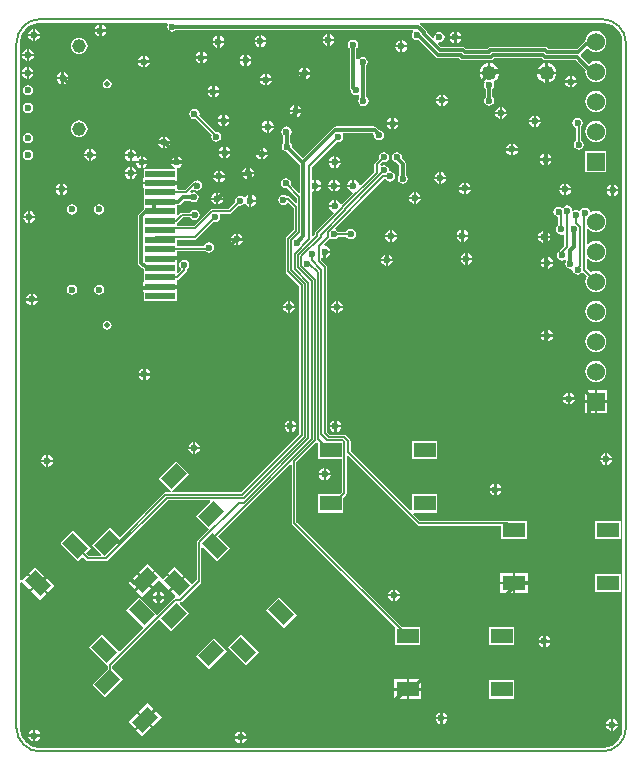
<source format=gtl>
G04*
G04 #@! TF.GenerationSoftware,Altium Limited,Altium Designer,19.1.6 (110)*
G04*
G04 Layer_Physical_Order=1*
G04 Layer_Color=255*
%FSAX25Y25*%
%MOIN*%
G70*
G01*
G75*
%ADD10C,0.00787*%
%ADD12R,0.09843X0.01969*%
%ADD13R,0.07480X0.05118*%
G04:AMPARAMS|DCode=14|XSize=74.8mil|YSize=51.18mil|CornerRadius=0mil|HoleSize=0mil|Usage=FLASHONLY|Rotation=45.000|XOffset=0mil|YOffset=0mil|HoleType=Round|Shape=Rectangle|*
%AMROTATEDRECTD14*
4,1,4,-0.00835,-0.04454,-0.04454,-0.00835,0.00835,0.04454,0.04454,0.00835,-0.00835,-0.04454,0.0*
%
%ADD14ROTATEDRECTD14*%

G04:AMPARAMS|DCode=15|XSize=74.8mil|YSize=51.18mil|CornerRadius=0mil|HoleSize=0mil|Usage=FLASHONLY|Rotation=315.000|XOffset=0mil|YOffset=0mil|HoleType=Round|Shape=Rectangle|*
%AMROTATEDRECTD15*
4,1,4,-0.04454,0.00835,-0.00835,0.04454,0.04454,-0.00835,0.00835,-0.04454,-0.04454,0.00835,0.0*
%
%ADD15ROTATEDRECTD15*%

%ADD26C,0.01181*%
%ADD27C,0.00591*%
%ADD28C,0.06000*%
%ADD29R,0.06000X0.06000*%
%ADD30C,0.04921*%
%ADD31O,0.02067X0.04724*%
%ADD32C,0.04528*%
%ADD33C,0.01969*%
%ADD34C,0.02362*%
G36*
X-0195276Y0242890D02*
X-0152895D01*
X-0152628Y0242390D01*
X-0152732Y0242235D01*
X-0152861Y0241582D01*
X-0152732Y0240930D01*
X-0152362Y0240376D01*
X-0151808Y0240006D01*
X-0151155Y0239876D01*
X-0150503Y0240006D01*
X-0149949Y0240376D01*
X-0149912Y0240432D01*
X-0071143D01*
X-0071001Y0240095D01*
X-0070965Y0239932D01*
X-0071315Y0239409D01*
X-0071445Y0238756D01*
X-0071315Y0238103D01*
X-0070945Y0237550D01*
X-0070392Y0237180D01*
X-0069739Y0237050D01*
X-0069250Y0237147D01*
X-0063441Y0231338D01*
X-0063082Y0231099D01*
X-0062660Y0231014D01*
X-0055564D01*
X-0055265Y0230715D01*
X-0055265Y0230715D01*
X-0054907Y0230476D01*
X-0054484Y0230392D01*
X-0054484Y0230392D01*
X-0054061D01*
X-0054061Y0230392D01*
X-0045087D01*
X-0044664Y0230476D01*
X-0044306Y0230715D01*
X-0044007Y0231014D01*
X-0027977D01*
X-0027678Y0230715D01*
X-0027320Y0230476D01*
X-0026897Y0230392D01*
X-0016835D01*
X-0013470Y0227027D01*
X-0013522Y0226634D01*
X-0013402Y0225722D01*
X-0013050Y0224873D01*
X-0012491Y0224143D01*
X-0011761Y0223584D01*
X-0010912Y0223232D01*
X-0010000Y0223112D01*
X-0009088Y0223232D01*
X-0008239Y0223584D01*
X-0007509Y0224143D01*
X-0006950Y0224873D01*
X-0006598Y0225722D01*
X-0006478Y0226634D01*
X-0006598Y0227545D01*
X-0006950Y0228395D01*
X-0007509Y0229124D01*
X-0008239Y0229684D01*
X-0009088Y0230036D01*
X-0010000Y0230156D01*
X-0010912Y0230036D01*
X-0011761Y0229684D01*
X-0012465Y0229144D01*
X-0015079Y0231758D01*
X-0015034Y0232389D01*
X-0013101Y0234322D01*
X-0012603Y0234289D01*
X-0012491Y0234143D01*
X-0011761Y0233583D01*
X-0010912Y0233232D01*
X-0010000Y0233112D01*
X-0009088Y0233232D01*
X-0008239Y0233583D01*
X-0007509Y0234143D01*
X-0006950Y0234873D01*
X-0006598Y0235722D01*
X-0006478Y0236634D01*
X-0006598Y0237545D01*
X-0006950Y0238395D01*
X-0007509Y0239124D01*
X-0008239Y0239684D01*
X-0009088Y0240036D01*
X-0010000Y0240156D01*
X-0010912Y0240036D01*
X-0011761Y0239684D01*
X-0012491Y0239124D01*
X-0013050Y0238395D01*
X-0013402Y0237545D01*
X-0013504Y0236770D01*
X-0013695Y0236732D01*
X-0014053Y0236492D01*
X-0016272Y0234273D01*
X-0019014D01*
X-0019065Y0234252D01*
X-0025756D01*
Y0234282D01*
X-0026046Y0234572D01*
X-0026404Y0234811D01*
X-0026827Y0234895D01*
X-0045158D01*
X-0045580Y0234811D01*
X-0045938Y0234572D01*
X-0046228Y0234282D01*
Y0234252D01*
X-0052919D01*
X-0052970Y0234273D01*
X-0053334D01*
X-0053591Y0234530D01*
X-0053643Y0234552D01*
X-0053724Y0234633D01*
X-0053991Y0234811D01*
X-0054414Y0234895D01*
X-0061510D01*
X-0062557Y0235943D01*
X-0062310Y0236403D01*
X-0062176Y0236377D01*
X-0061523Y0236507D01*
X-0060970Y0236876D01*
X-0060600Y0237430D01*
X-0060470Y0238083D01*
X-0060600Y0238736D01*
X-0060970Y0239289D01*
X-0061523Y0239659D01*
X-0062176Y0239789D01*
X-0062829Y0239659D01*
X-0063383Y0239289D01*
X-0063752Y0238736D01*
X-0063882Y0238083D01*
X-0063855Y0237948D01*
X-0064316Y0237702D01*
X-0066387Y0239773D01*
X-0066455Y0240116D01*
X-0066694Y0240474D01*
X-0068536Y0242316D01*
X-0068647Y0242390D01*
X-0068496Y0242890D01*
X-0007874D01*
X-0007217Y0242890D01*
X-0005928Y0242634D01*
X-0004715Y0242131D01*
X-0003622Y0241401D01*
X-0002693Y0240472D01*
X-0001963Y0239380D01*
X-0001460Y0238166D01*
X-0001204Y0236877D01*
X-0001204Y0236221D01*
Y0007874D01*
Y0007217D01*
X-0001460Y0005928D01*
X-0001963Y0004715D01*
X-0002693Y0003622D01*
X-0003622Y0002693D01*
X-0004715Y0001963D01*
X-0005928Y0001460D01*
X-0007217Y0001204D01*
X-0007874Y0001204D01*
X-0195932D01*
X-0197221Y0001460D01*
X-0198435Y0001963D01*
X-0199527Y0002693D01*
X-0200456Y0003622D01*
X-0201186Y0004715D01*
X-0201689Y0005928D01*
X-0201945Y0007217D01*
Y0007874D01*
Y0056178D01*
X-0201633Y0056549D01*
X-0201445Y0056626D01*
X-0201364Y0056545D01*
X-0198714Y0053895D01*
X-0196627Y0055983D01*
X-0199550Y0058906D01*
X-0201364Y0057092D01*
X-0201445Y0057011D01*
X-0201633Y0057088D01*
X-0201945Y0057459D01*
Y0236221D01*
Y0236877D01*
X-0201689Y0238166D01*
X-0201186Y0239380D01*
X-0200456Y0240472D01*
X-0199527Y0241401D01*
X-0198435Y0242131D01*
X-0197221Y0242634D01*
X-0195932Y0242890D01*
X-0195276Y0242890D01*
D02*
G37*
%LPC*%
G36*
X-0174781Y0242187D02*
Y0240652D01*
X-0173246D01*
X-0173320Y0241026D01*
X-0173756Y0241678D01*
X-0174407Y0242113D01*
X-0174781Y0242187D01*
D02*
G37*
G36*
X-0175568D02*
X-0175943Y0242113D01*
X-0176594Y0241678D01*
X-0177029Y0241026D01*
X-0177104Y0240652D01*
X-0175568D01*
Y0242187D01*
D02*
G37*
G36*
X-0196906Y0240795D02*
Y0239260D01*
X-0195371D01*
X-0195446Y0239634D01*
X-0195881Y0240285D01*
X-0196532Y0240721D01*
X-0196906Y0240795D01*
D02*
G37*
G36*
X-0197694D02*
X-0198068Y0240721D01*
X-0198719Y0240285D01*
X-0199154Y0239634D01*
X-0199229Y0239260D01*
X-0197694D01*
Y0240795D01*
D02*
G37*
G36*
X-0056463Y0239921D02*
Y0238386D01*
X-0054927D01*
X-0055002Y0238760D01*
X-0055437Y0239411D01*
X-0056088Y0239846D01*
X-0056463Y0239921D01*
D02*
G37*
G36*
X-0057250D02*
X-0057624Y0239846D01*
X-0058275Y0239411D01*
X-0058710Y0238760D01*
X-0058785Y0238386D01*
X-0057250D01*
Y0239921D01*
D02*
G37*
G36*
X-0173246Y0239865D02*
X-0174781D01*
Y0238330D01*
X-0174407Y0238404D01*
X-0173756Y0238839D01*
X-0173320Y0239490D01*
X-0173246Y0239865D01*
D02*
G37*
G36*
X-0175568D02*
X-0177104D01*
X-0177029Y0239490D01*
X-0176594Y0238839D01*
X-0175943Y0238404D01*
X-0175568Y0238330D01*
Y0239865D01*
D02*
G37*
G36*
X-0098768Y0239120D02*
Y0237585D01*
X-0097233D01*
X-0097307Y0237960D01*
X-0097742Y0238611D01*
X-0098393Y0239046D01*
X-0098768Y0239120D01*
D02*
G37*
G36*
X-0099555D02*
X-0099930Y0239046D01*
X-0100581Y0238611D01*
X-0101016Y0237960D01*
X-0101090Y0237585D01*
X-0099555D01*
Y0239120D01*
D02*
G37*
G36*
X-0121484Y0238685D02*
Y0237150D01*
X-0119948D01*
X-0120023Y0237524D01*
X-0120458Y0238175D01*
X-0121109Y0238610D01*
X-0121484Y0238685D01*
D02*
G37*
G36*
X-0122271D02*
X-0122645Y0238610D01*
X-0123296Y0238175D01*
X-0123732Y0237524D01*
X-0123806Y0237150D01*
X-0122271D01*
Y0238685D01*
D02*
G37*
G36*
X-0135435Y0238504D02*
Y0236969D01*
X-0133900D01*
X-0133974Y0237344D01*
X-0134409Y0237995D01*
X-0135060Y0238430D01*
X-0135435Y0238504D01*
D02*
G37*
G36*
X-0136222D02*
X-0136597Y0238430D01*
X-0137248Y0237995D01*
X-0137683Y0237344D01*
X-0137757Y0236969D01*
X-0136222D01*
Y0238504D01*
D02*
G37*
G36*
X-0195371Y0238473D02*
X-0196906D01*
Y0236937D01*
X-0196532Y0237012D01*
X-0195881Y0237447D01*
X-0195446Y0238098D01*
X-0195371Y0238473D01*
D02*
G37*
G36*
X-0197694D02*
X-0199229D01*
X-0199154Y0238098D01*
X-0198719Y0237447D01*
X-0198068Y0237012D01*
X-0197694Y0236937D01*
Y0238473D01*
D02*
G37*
G36*
X-0054927Y0237598D02*
X-0056463D01*
Y0236063D01*
X-0056088Y0236138D01*
X-0055437Y0236573D01*
X-0055002Y0237224D01*
X-0054927Y0237598D01*
D02*
G37*
G36*
X-0057250D02*
X-0058785D01*
X-0058710Y0237224D01*
X-0058275Y0236573D01*
X-0057624Y0236138D01*
X-0057250Y0236063D01*
Y0237598D01*
D02*
G37*
G36*
X-0074497Y0237012D02*
Y0235476D01*
X-0072962D01*
X-0073037Y0235851D01*
X-0073472Y0236502D01*
X-0074123Y0236937D01*
X-0074497Y0237012D01*
D02*
G37*
G36*
X-0075285D02*
X-0075659Y0236937D01*
X-0076310Y0236502D01*
X-0076745Y0235851D01*
X-0076820Y0235476D01*
X-0075285D01*
Y0237012D01*
D02*
G37*
G36*
X-0097233Y0236798D02*
X-0098768D01*
Y0235263D01*
X-0098393Y0235337D01*
X-0097742Y0235772D01*
X-0097307Y0236423D01*
X-0097233Y0236798D01*
D02*
G37*
G36*
X-0099555D02*
X-0101090D01*
X-0101016Y0236423D01*
X-0100581Y0235772D01*
X-0099930Y0235337D01*
X-0099555Y0235263D01*
Y0236798D01*
D02*
G37*
G36*
X-0119948Y0236362D02*
X-0121484D01*
Y0234827D01*
X-0121109Y0234902D01*
X-0120458Y0235337D01*
X-0120023Y0235988D01*
X-0119948Y0236362D01*
D02*
G37*
G36*
X-0122271D02*
X-0123806D01*
X-0123732Y0235988D01*
X-0123296Y0235337D01*
X-0122645Y0234902D01*
X-0122271Y0234827D01*
Y0236362D01*
D02*
G37*
G36*
X-0133900Y0236182D02*
X-0135435D01*
Y0234647D01*
X-0135060Y0234721D01*
X-0134409Y0235156D01*
X-0133974Y0235808D01*
X-0133900Y0236182D01*
D02*
G37*
G36*
X-0136222D02*
X-0137757D01*
X-0137683Y0235808D01*
X-0137248Y0235156D01*
X-0136597Y0234721D01*
X-0136222Y0234647D01*
Y0236182D01*
D02*
G37*
G36*
X-0072962Y0234689D02*
X-0074497D01*
Y0233154D01*
X-0074123Y0233229D01*
X-0073472Y0233664D01*
X-0073037Y0234315D01*
X-0072962Y0234689D01*
D02*
G37*
G36*
X-0075285D02*
X-0076820D01*
X-0076745Y0234315D01*
X-0076310Y0233664D01*
X-0075659Y0233229D01*
X-0075285Y0233154D01*
Y0234689D01*
D02*
G37*
G36*
X-0198917Y0234114D02*
Y0232579D01*
X-0197382D01*
X-0197457Y0232953D01*
X-0197892Y0233604D01*
X-0198543Y0234039D01*
X-0198917Y0234114D01*
D02*
G37*
G36*
X-0199705D02*
X-0200079Y0234039D01*
X-0200730Y0233604D01*
X-0201165Y0232953D01*
X-0201240Y0232579D01*
X-0199705D01*
Y0234114D01*
D02*
G37*
G36*
X-0182226Y0237910D02*
X-0182946Y0237815D01*
X-0183616Y0237537D01*
X-0184192Y0237096D01*
X-0184634Y0236520D01*
X-0184911Y0235849D01*
X-0185006Y0235130D01*
X-0184911Y0234411D01*
X-0184634Y0233740D01*
X-0184192Y0233165D01*
X-0183616Y0232723D01*
X-0182946Y0232445D01*
X-0182226Y0232350D01*
X-0181507Y0232445D01*
X-0180836Y0232723D01*
X-0180261Y0233165D01*
X-0179819Y0233740D01*
X-0179541Y0234411D01*
X-0179447Y0235130D01*
X-0179541Y0235849D01*
X-0179819Y0236520D01*
X-0180261Y0237096D01*
X-0180836Y0237537D01*
X-0181507Y0237815D01*
X-0182226Y0237910D01*
D02*
G37*
G36*
X-0141106Y0233221D02*
Y0231686D01*
X-0139571D01*
X-0139646Y0232061D01*
X-0140081Y0232712D01*
X-0140732Y0233147D01*
X-0141106Y0233221D01*
D02*
G37*
G36*
X-0141894D02*
X-0142268Y0233147D01*
X-0142919Y0232712D01*
X-0143354Y0232061D01*
X-0143429Y0231686D01*
X-0141894D01*
Y0233221D01*
D02*
G37*
G36*
X-0126406Y0232329D02*
Y0230794D01*
X-0124871D01*
X-0124946Y0231168D01*
X-0125381Y0231819D01*
X-0126032Y0232254D01*
X-0126406Y0232329D01*
D02*
G37*
G36*
X-0127194D02*
X-0127568Y0232254D01*
X-0128219Y0231819D01*
X-0128654Y0231168D01*
X-0128729Y0230794D01*
X-0127194D01*
Y0232329D01*
D02*
G37*
G36*
X-0160314Y0231909D02*
Y0230374D01*
X-0158779D01*
X-0158853Y0230749D01*
X-0159288Y0231400D01*
X-0159939Y0231835D01*
X-0160314Y0231909D01*
D02*
G37*
G36*
X-0161101D02*
X-0161475Y0231835D01*
X-0162127Y0231400D01*
X-0162562Y0230749D01*
X-0162636Y0230374D01*
X-0161101D01*
Y0231909D01*
D02*
G37*
G36*
X-0197382Y0231791D02*
X-0198917D01*
Y0230256D01*
X-0198543Y0230331D01*
X-0197892Y0230766D01*
X-0197457Y0231417D01*
X-0197382Y0231791D01*
D02*
G37*
G36*
X-0199705D02*
X-0201240D01*
X-0201165Y0231417D01*
X-0200730Y0230766D01*
X-0200079Y0230331D01*
X-0199705Y0230256D01*
Y0231791D01*
D02*
G37*
G36*
X-0139571Y0230899D02*
X-0141106D01*
Y0229364D01*
X-0140732Y0229438D01*
X-0140081Y0229873D01*
X-0139646Y0230525D01*
X-0139571Y0230899D01*
D02*
G37*
G36*
X-0141894D02*
X-0143429D01*
X-0143354Y0230525D01*
X-0142919Y0229873D01*
X-0142268Y0229438D01*
X-0141894Y0229364D01*
Y0230899D01*
D02*
G37*
G36*
X-0124871Y0230006D02*
X-0126406D01*
Y0228471D01*
X-0126032Y0228546D01*
X-0125381Y0228981D01*
X-0124946Y0229632D01*
X-0124871Y0230006D01*
D02*
G37*
G36*
X-0127194D02*
X-0128729D01*
X-0128654Y0229632D01*
X-0128219Y0228981D01*
X-0127568Y0228546D01*
X-0127194Y0228471D01*
Y0230006D01*
D02*
G37*
G36*
X-0158779Y0229587D02*
X-0160314D01*
Y0228052D01*
X-0159939Y0228126D01*
X-0159288Y0228561D01*
X-0158853Y0229212D01*
X-0158779Y0229587D01*
D02*
G37*
G36*
X-0161101D02*
X-0162636D01*
X-0162562Y0229212D01*
X-0162127Y0228561D01*
X-0161475Y0228126D01*
X-0161101Y0228052D01*
Y0229587D01*
D02*
G37*
G36*
X-0199016Y0228110D02*
Y0226575D01*
X-0197481D01*
X-0197555Y0226949D01*
X-0197990Y0227600D01*
X-0198641Y0228035D01*
X-0199016Y0228110D01*
D02*
G37*
G36*
X-0199803D02*
X-0200178Y0228035D01*
X-0200829Y0227600D01*
X-0201264Y0226949D01*
X-0201338Y0226575D01*
X-0199803D01*
Y0228110D01*
D02*
G37*
G36*
X-0026051Y0229405D02*
Y0226575D01*
X-0023221D01*
X-0023280Y0227029D01*
X-0023608Y0227819D01*
X-0024128Y0228498D01*
X-0024807Y0229018D01*
X-0025597Y0229345D01*
X-0026051Y0229405D01*
D02*
G37*
G36*
X-0045146D02*
Y0226575D01*
X-0042315D01*
X-0042375Y0227029D01*
X-0042702Y0227819D01*
X-0043223Y0228498D01*
X-0043901Y0229018D01*
X-0044692Y0229345D01*
X-0045146Y0229405D01*
D02*
G37*
G36*
X-0026839D02*
X-0027293Y0229345D01*
X-0028083Y0229018D01*
X-0028761Y0228498D01*
X-0029282Y0227819D01*
X-0029609Y0227029D01*
X-0029669Y0226575D01*
X-0026839D01*
Y0229405D01*
D02*
G37*
G36*
X-0045933D02*
X-0046387Y0229345D01*
X-0047177Y0229018D01*
X-0047856Y0228498D01*
X-0048377Y0227819D01*
X-0048704Y0227029D01*
X-0048764Y0226575D01*
X-0045933D01*
Y0229405D01*
D02*
G37*
G36*
X-0106693Y0227913D02*
Y0226378D01*
X-0105158D01*
X-0105232Y0226752D01*
X-0105667Y0227403D01*
X-0106318Y0227838D01*
X-0106693Y0227913D01*
D02*
G37*
G36*
X-0107480D02*
X-0107855Y0227838D01*
X-0108506Y0227403D01*
X-0108941Y0226752D01*
X-0109015Y0226378D01*
X-0107480D01*
Y0227913D01*
D02*
G37*
G36*
X-0187406Y0226429D02*
Y0224894D01*
X-0185871D01*
X-0185946Y0225268D01*
X-0186381Y0225919D01*
X-0187032Y0226354D01*
X-0187406Y0226429D01*
D02*
G37*
G36*
X-0188194D02*
X-0188568Y0226354D01*
X-0189219Y0225919D01*
X-0189654Y0225268D01*
X-0189729Y0224894D01*
X-0188194D01*
Y0226429D01*
D02*
G37*
G36*
X-0119606Y0225904D02*
Y0224369D01*
X-0118071D01*
X-0118146Y0224743D01*
X-0118581Y0225394D01*
X-0119232Y0225829D01*
X-0119606Y0225904D01*
D02*
G37*
G36*
X-0120394D02*
X-0120768Y0225829D01*
X-0121419Y0225394D01*
X-0121854Y0224743D01*
X-0121929Y0224369D01*
X-0120394D01*
Y0225904D01*
D02*
G37*
G36*
X-0197481Y0225787D02*
X-0199016D01*
Y0224252D01*
X-0198641Y0224327D01*
X-0197990Y0224762D01*
X-0197555Y0225413D01*
X-0197481Y0225787D01*
D02*
G37*
G36*
X-0199803D02*
X-0201338D01*
X-0201264Y0225413D01*
X-0200829Y0224762D01*
X-0200178Y0224327D01*
X-0199803Y0224252D01*
Y0225787D01*
D02*
G37*
G36*
X-0105158Y0225590D02*
X-0106693D01*
Y0224056D01*
X-0106318Y0224130D01*
X-0105667Y0224565D01*
X-0105232Y0225216D01*
X-0105158Y0225590D01*
D02*
G37*
G36*
X-0107480D02*
X-0109015D01*
X-0108941Y0225216D01*
X-0108506Y0224565D01*
X-0107855Y0224130D01*
X-0107480Y0224056D01*
Y0225590D01*
D02*
G37*
G36*
X-0017948Y0225210D02*
Y0223675D01*
X-0016413D01*
X-0016487Y0224049D01*
X-0016922Y0224700D01*
X-0017574Y0225135D01*
X-0017948Y0225210D01*
D02*
G37*
G36*
X-0018735D02*
X-0019110Y0225135D01*
X-0019761Y0224700D01*
X-0020196Y0224049D01*
X-0020270Y0223675D01*
X-0018735D01*
Y0225210D01*
D02*
G37*
G36*
X-0026839Y0225787D02*
X-0029669D01*
X-0029609Y0225333D01*
X-0029282Y0224543D01*
X-0028761Y0223865D01*
X-0028083Y0223344D01*
X-0027293Y0223017D01*
X-0026839Y0222957D01*
Y0225787D01*
D02*
G37*
G36*
X-0023221D02*
X-0026051D01*
Y0222957D01*
X-0025597Y0223017D01*
X-0024807Y0223344D01*
X-0024128Y0223865D01*
X-0023608Y0224543D01*
X-0023280Y0225333D01*
X-0023221Y0225787D01*
D02*
G37*
G36*
X-0185871Y0224106D02*
X-0187406D01*
Y0222571D01*
X-0187032Y0222646D01*
X-0186381Y0223081D01*
X-0185946Y0223732D01*
X-0185871Y0224106D01*
D02*
G37*
G36*
X-0188194D02*
X-0189729D01*
X-0189654Y0223732D01*
X-0189219Y0223081D01*
X-0188568Y0222646D01*
X-0188194Y0222571D01*
Y0224106D01*
D02*
G37*
G36*
X-0118071Y0223581D02*
X-0119606D01*
Y0222046D01*
X-0119232Y0222121D01*
X-0118581Y0222556D01*
X-0118146Y0223207D01*
X-0118071Y0223581D01*
D02*
G37*
G36*
X-0120394D02*
X-0121929D01*
X-0121854Y0223207D01*
X-0121419Y0222556D01*
X-0120768Y0222121D01*
X-0120394Y0222046D01*
Y0223581D01*
D02*
G37*
G36*
X-0016413Y0222887D02*
X-0017948D01*
Y0221352D01*
X-0017574Y0221427D01*
X-0016922Y0221862D01*
X-0016487Y0222513D01*
X-0016413Y0222887D01*
D02*
G37*
G36*
X-0018735D02*
X-0020270D01*
X-0020196Y0222513D01*
X-0019761Y0221862D01*
X-0019110Y0221427D01*
X-0018735Y0221352D01*
Y0222887D01*
D02*
G37*
G36*
X-0172926Y0224058D02*
X-0173502Y0223943D01*
X-0173990Y0223617D01*
X-0174317Y0223129D01*
X-0174431Y0222552D01*
X-0174317Y0221976D01*
X-0173990Y0221488D01*
X-0173502Y0221162D01*
X-0172926Y0221047D01*
X-0172349Y0221162D01*
X-0171861Y0221488D01*
X-0171535Y0221976D01*
X-0171420Y0222552D01*
X-0171535Y0223129D01*
X-0171861Y0223617D01*
X-0172349Y0223943D01*
X-0172926Y0224058D01*
D02*
G37*
G36*
X-0137106Y0221903D02*
Y0220368D01*
X-0135571D01*
X-0135646Y0220742D01*
X-0136081Y0221393D01*
X-0136732Y0221829D01*
X-0137106Y0221903D01*
D02*
G37*
G36*
X-0137894D02*
X-0138268Y0221829D01*
X-0138919Y0221393D01*
X-0139354Y0220742D01*
X-0139429Y0220368D01*
X-0137894D01*
Y0221903D01*
D02*
G37*
G36*
X-0199311Y0222080D02*
X-0199964Y0221950D01*
X-0200517Y0221580D01*
X-0200887Y0221027D01*
X-0201017Y0220374D01*
X-0200887Y0219721D01*
X-0200517Y0219168D01*
X-0199964Y0218798D01*
X-0199311Y0218668D01*
X-0198658Y0218798D01*
X-0198105Y0219168D01*
X-0197735Y0219721D01*
X-0197605Y0220374D01*
X-0197735Y0221027D01*
X-0198105Y0221580D01*
X-0198658Y0221950D01*
X-0199311Y0222080D01*
D02*
G37*
G36*
X-0135571Y0219581D02*
X-0137106D01*
Y0218045D01*
X-0136732Y0218120D01*
X-0136081Y0218555D01*
X-0135646Y0219206D01*
X-0135571Y0219581D01*
D02*
G37*
G36*
X-0137894D02*
X-0139429D01*
X-0139354Y0219206D01*
X-0138919Y0218555D01*
X-0138268Y0218120D01*
X-0137894Y0218045D01*
Y0219581D01*
D02*
G37*
G36*
X-0060906Y0219024D02*
Y0217489D01*
X-0059371D01*
X-0059446Y0217863D01*
X-0059881Y0218514D01*
X-0060532Y0218950D01*
X-0060906Y0219024D01*
D02*
G37*
G36*
X-0061694D02*
X-0062068Y0218950D01*
X-0062719Y0218514D01*
X-0063154Y0217863D01*
X-0063229Y0217489D01*
X-0061694D01*
Y0219024D01*
D02*
G37*
G36*
X-0042315Y0225787D02*
X-0045539D01*
X-0048764D01*
X-0048704Y0225333D01*
X-0048377Y0224543D01*
X-0047856Y0223865D01*
X-0047177Y0223344D01*
X-0047037Y0222880D01*
X-0047176Y0222671D01*
X-0047306Y0222018D01*
X-0047176Y0221365D01*
X-0046806Y0220812D01*
X-0046704Y0220743D01*
Y0218175D01*
X-0046806Y0218106D01*
X-0047176Y0217553D01*
X-0047306Y0216900D01*
X-0047176Y0216247D01*
X-0046806Y0215694D01*
X-0046253Y0215324D01*
X-0045600Y0215194D01*
X-0044947Y0215324D01*
X-0044394Y0215694D01*
X-0044024Y0216247D01*
X-0043894Y0216900D01*
X-0044024Y0217553D01*
X-0044394Y0218106D01*
X-0044496Y0218175D01*
Y0220743D01*
X-0044394Y0220812D01*
X-0044024Y0221365D01*
X-0043894Y0222018D01*
X-0044024Y0222671D01*
X-0044131Y0222831D01*
X-0043985Y0223309D01*
X-0043901Y0223344D01*
X-0043223Y0223865D01*
X-0042702Y0224543D01*
X-0042375Y0225333D01*
X-0042315Y0225787D01*
D02*
G37*
G36*
X-0059371Y0216702D02*
X-0060906D01*
Y0215166D01*
X-0060532Y0215241D01*
X-0059881Y0215676D01*
X-0059446Y0216327D01*
X-0059371Y0216702D01*
D02*
G37*
G36*
X-0061694D02*
X-0063229D01*
X-0063154Y0216327D01*
X-0062719Y0215676D01*
X-0062068Y0215241D01*
X-0061694Y0215166D01*
Y0216702D01*
D02*
G37*
G36*
X-0090945Y0237306D02*
X-0091598Y0237176D01*
X-0092151Y0236806D01*
X-0092521Y0236253D01*
X-0092651Y0235600D01*
X-0092521Y0234947D01*
X-0092151Y0234394D01*
X-0092049Y0234325D01*
Y0221259D01*
X-0091965Y0220837D01*
X-0091775Y0220554D01*
X-0091806Y0220400D01*
X-0091676Y0219747D01*
X-0091306Y0219194D01*
X-0090753Y0218824D01*
X-0090100Y0218694D01*
X-0089447Y0218824D01*
X-0089340Y0218895D01*
X-0088899Y0218660D01*
Y0217718D01*
X-0089076Y0217453D01*
X-0089206Y0216800D01*
X-0089076Y0216147D01*
X-0088706Y0215594D01*
X-0088153Y0215224D01*
X-0087500Y0215094D01*
X-0086847Y0215224D01*
X-0086294Y0215594D01*
X-0085924Y0216147D01*
X-0085794Y0216800D01*
X-0085924Y0217453D01*
X-0086294Y0218006D01*
X-0086691Y0218272D01*
Y0228465D01*
X-0086589Y0228534D01*
X-0086219Y0229087D01*
X-0086089Y0229740D01*
X-0086219Y0230393D01*
X-0086589Y0230946D01*
X-0087142Y0231316D01*
X-0087795Y0231446D01*
X-0088448Y0231316D01*
X-0089002Y0230946D01*
X-0089078Y0230832D01*
X-0089758Y0230710D01*
X-0089841Y0230770D01*
Y0234325D01*
X-0089739Y0234394D01*
X-0089369Y0234947D01*
X-0089239Y0235600D01*
X-0089369Y0236253D01*
X-0089739Y0236806D01*
X-0090292Y0237176D01*
X-0090945Y0237306D01*
D02*
G37*
G36*
X-0109706Y0215429D02*
Y0213894D01*
X-0108171D01*
X-0108246Y0214268D01*
X-0108681Y0214919D01*
X-0109332Y0215354D01*
X-0109706Y0215429D01*
D02*
G37*
G36*
X-0110494D02*
X-0110868Y0215354D01*
X-0111519Y0214919D01*
X-0111954Y0214268D01*
X-0112029Y0213894D01*
X-0110494D01*
Y0215429D01*
D02*
G37*
G36*
X-0041306Y0214798D02*
Y0213263D01*
X-0039771D01*
X-0039846Y0213637D01*
X-0040281Y0214288D01*
X-0040932Y0214723D01*
X-0041306Y0214798D01*
D02*
G37*
G36*
X-0042094D02*
X-0042468Y0214723D01*
X-0043119Y0214288D01*
X-0043554Y0213637D01*
X-0043629Y0213263D01*
X-0042094D01*
Y0214798D01*
D02*
G37*
G36*
X-0010000Y0220156D02*
X-0010912Y0220036D01*
X-0011761Y0219684D01*
X-0012491Y0219125D01*
X-0013050Y0218395D01*
X-0013402Y0217546D01*
X-0013522Y0216634D01*
X-0013402Y0215722D01*
X-0013050Y0214873D01*
X-0012491Y0214143D01*
X-0011761Y0213583D01*
X-0010912Y0213232D01*
X-0010000Y0213112D01*
X-0009088Y0213232D01*
X-0008239Y0213583D01*
X-0007509Y0214143D01*
X-0006950Y0214873D01*
X-0006598Y0215722D01*
X-0006478Y0216634D01*
X-0006598Y0217546D01*
X-0006950Y0218395D01*
X-0007509Y0219125D01*
X-0008239Y0219684D01*
X-0009088Y0220036D01*
X-0010000Y0220156D01*
D02*
G37*
G36*
X-0199311Y0216175D02*
X-0199964Y0216045D01*
X-0200517Y0215675D01*
X-0200887Y0215121D01*
X-0201017Y0214469D01*
X-0200887Y0213816D01*
X-0200517Y0213262D01*
X-0199964Y0212892D01*
X-0199311Y0212762D01*
X-0198658Y0212892D01*
X-0198105Y0213262D01*
X-0197735Y0213816D01*
X-0197605Y0214469D01*
X-0197735Y0215121D01*
X-0198105Y0215675D01*
X-0198658Y0216045D01*
X-0199311Y0216175D01*
D02*
G37*
G36*
X-0108171Y0213106D02*
X-0109706D01*
Y0211571D01*
X-0109332Y0211646D01*
X-0108681Y0212081D01*
X-0108246Y0212732D01*
X-0108171Y0213106D01*
D02*
G37*
G36*
X-0110494D02*
X-0112029D01*
X-0111954Y0212732D01*
X-0111519Y0212081D01*
X-0110868Y0211646D01*
X-0110494Y0211571D01*
Y0213106D01*
D02*
G37*
G36*
X-0039771Y0212475D02*
X-0041306D01*
Y0210940D01*
X-0040932Y0211015D01*
X-0040281Y0211450D01*
X-0039846Y0212101D01*
X-0039771Y0212475D01*
D02*
G37*
G36*
X-0042094D02*
X-0043629D01*
X-0043554Y0212101D01*
X-0043119Y0211450D01*
X-0042468Y0211015D01*
X-0042094Y0210940D01*
Y0212475D01*
D02*
G37*
G36*
X-0133740Y0212229D02*
Y0210694D01*
X-0132205D01*
X-0132280Y0211068D01*
X-0132715Y0211719D01*
X-0133366Y0212154D01*
X-0133740Y0212229D01*
D02*
G37*
G36*
X-0134528D02*
X-0134902Y0212154D01*
X-0135553Y0211719D01*
X-0135988Y0211068D01*
X-0136063Y0210694D01*
X-0134528D01*
Y0212229D01*
D02*
G37*
G36*
X-0029980Y0212029D02*
Y0210494D01*
X-0028445D01*
X-0028520Y0210868D01*
X-0028955Y0211519D01*
X-0029606Y0211954D01*
X-0029980Y0212029D01*
D02*
G37*
G36*
X-0030768D02*
X-0031142Y0211954D01*
X-0031793Y0211519D01*
X-0032228Y0210868D01*
X-0032303Y0210494D01*
X-0030768D01*
Y0212029D01*
D02*
G37*
G36*
X-0077406Y0211229D02*
Y0209694D01*
X-0075871D01*
X-0075946Y0210068D01*
X-0076381Y0210719D01*
X-0077032Y0211154D01*
X-0077406Y0211229D01*
D02*
G37*
G36*
X-0078194D02*
X-0078568Y0211154D01*
X-0079219Y0210719D01*
X-0079654Y0210068D01*
X-0079729Y0209694D01*
X-0078194D01*
Y0211229D01*
D02*
G37*
G36*
X-0119006Y0210173D02*
Y0208638D01*
X-0117471D01*
X-0117546Y0209012D01*
X-0117981Y0209664D01*
X-0118632Y0210099D01*
X-0119006Y0210173D01*
D02*
G37*
G36*
X-0119794D02*
X-0120168Y0210099D01*
X-0120819Y0209664D01*
X-0121254Y0209012D01*
X-0121329Y0208638D01*
X-0119794D01*
Y0210173D01*
D02*
G37*
G36*
X-0132205Y0209906D02*
X-0133740D01*
Y0208371D01*
X-0133366Y0208446D01*
X-0132715Y0208881D01*
X-0132280Y0209532D01*
X-0132205Y0209906D01*
D02*
G37*
G36*
X-0134528D02*
X-0136063D01*
X-0135988Y0209532D01*
X-0135553Y0208881D01*
X-0134902Y0208446D01*
X-0134528Y0208371D01*
Y0209906D01*
D02*
G37*
G36*
X-0028445Y0209706D02*
X-0029980D01*
Y0208171D01*
X-0029606Y0208246D01*
X-0028955Y0208681D01*
X-0028520Y0209332D01*
X-0028445Y0209706D01*
D02*
G37*
G36*
X-0030768D02*
X-0032303D01*
X-0032228Y0209332D01*
X-0031793Y0208681D01*
X-0031142Y0208246D01*
X-0030768Y0208171D01*
Y0209706D01*
D02*
G37*
G36*
X-0075871Y0208906D02*
X-0077406D01*
Y0207371D01*
X-0077032Y0207446D01*
X-0076381Y0207881D01*
X-0075946Y0208532D01*
X-0075871Y0208906D01*
D02*
G37*
G36*
X-0078194D02*
X-0079729D01*
X-0079654Y0208532D01*
X-0079219Y0207881D01*
X-0078568Y0207446D01*
X-0078194Y0207371D01*
Y0208906D01*
D02*
G37*
G36*
X-0117471Y0207851D02*
X-0119006D01*
Y0206315D01*
X-0118632Y0206390D01*
X-0117981Y0206825D01*
X-0117546Y0207476D01*
X-0117471Y0207851D01*
D02*
G37*
G36*
X-0119794D02*
X-0121329D01*
X-0121254Y0207476D01*
X-0120819Y0206825D01*
X-0120168Y0206390D01*
X-0119794Y0206315D01*
Y0207851D01*
D02*
G37*
G36*
X-0182226Y0210351D02*
X-0182946Y0210256D01*
X-0183616Y0209978D01*
X-0184192Y0209537D01*
X-0184634Y0208961D01*
X-0184911Y0208291D01*
X-0185006Y0207571D01*
X-0184911Y0206852D01*
X-0184634Y0206181D01*
X-0184192Y0205606D01*
X-0183616Y0205164D01*
X-0182946Y0204886D01*
X-0182226Y0204791D01*
X-0181507Y0204886D01*
X-0180836Y0205164D01*
X-0180261Y0205606D01*
X-0179819Y0206181D01*
X-0179541Y0206852D01*
X-0179447Y0207571D01*
X-0179541Y0208291D01*
X-0179819Y0208961D01*
X-0180261Y0209537D01*
X-0180836Y0209978D01*
X-0181507Y0210256D01*
X-0182226Y0210351D01*
D02*
G37*
G36*
X-0113146Y0208340D02*
X-0113798Y0208210D01*
X-0114352Y0207840D01*
X-0114722Y0207287D01*
X-0114852Y0206634D01*
X-0114722Y0205981D01*
X-0114352Y0205428D01*
X-0114173Y0205308D01*
Y0202798D01*
X-0114199Y0202781D01*
X-0114568Y0202228D01*
X-0114698Y0201575D01*
X-0114568Y0200922D01*
X-0114199Y0200368D01*
X-0113645Y0199999D01*
X-0112992Y0199869D01*
X-0112871Y0199893D01*
X-0108584Y0195606D01*
Y0186357D01*
X-0109046Y0186166D01*
X-0111775Y0188894D01*
X-0111680Y0189370D01*
X-0111810Y0190023D01*
X-0112180Y0190576D01*
X-0112733Y0190946D01*
X-0113386Y0191076D01*
X-0114039Y0190946D01*
X-0114592Y0190576D01*
X-0114962Y0190023D01*
X-0115092Y0189370D01*
X-0114962Y0188717D01*
X-0114592Y0188164D01*
X-0114039Y0187794D01*
X-0113386Y0187664D01*
X-0112910Y0187759D01*
X-0109661Y0184510D01*
Y0183060D01*
X-0110123Y0182868D01*
X-0112074Y0184820D01*
X-0112335Y0184994D01*
X-0112642Y0185055D01*
X-0112960D01*
X-0112967Y0185065D01*
X-0113520Y0185434D01*
X-0114173Y0185564D01*
X-0114826Y0185434D01*
X-0115380Y0185065D01*
X-0115749Y0184511D01*
X-0115879Y0183858D01*
X-0115749Y0183205D01*
X-0115380Y0182652D01*
X-0114826Y0182282D01*
X-0114173Y0182152D01*
X-0113520Y0182282D01*
X-0112967Y0182652D01*
X-0112870Y0182798D01*
X-0112372Y0182847D01*
X-0110744Y0181218D01*
Y0173844D01*
X-0113225Y0171363D01*
X-0113399Y0171103D01*
X-0113460Y0170795D01*
Y0160835D01*
X-0113401Y0160538D01*
Y0159989D01*
X-0113340Y0159682D01*
X-0113166Y0159421D01*
X-0108830Y0155086D01*
Y0105735D01*
X-0128226Y0086339D01*
X-0151088D01*
X-0151295Y0086839D01*
X-0151295Y0086839D01*
X-0145559Y0092574D01*
X-0149874Y0096889D01*
X-0155860Y0090904D01*
X-0151795Y0086839D01*
X-0151795Y0086839D01*
X-0152002Y0086339D01*
X-0153531D01*
X-0153531Y0086339D01*
X-0153838Y0086278D01*
X-0154098Y0086104D01*
X-0154098Y0086104D01*
X-0168725Y0071477D01*
X-0172006Y0074757D01*
X-0177992Y0068772D01*
X-0174850Y0065630D01*
X-0175041Y0065168D01*
X-0179065D01*
X-0179982Y0066086D01*
X-0178392Y0067676D01*
X-0184378Y0073661D01*
X-0188692Y0069346D01*
X-0182707Y0063361D01*
X-0181117Y0064950D01*
X-0179965Y0063798D01*
X-0179704Y0063624D01*
X-0179397Y0063563D01*
X-0173170D01*
X-0172863Y0063624D01*
X-0172602Y0063798D01*
X-0152750Y0083650D01*
X-0138712D01*
X-0138520Y0083188D01*
X-0143332Y0078377D01*
X-0139045Y0074089D01*
X-0142895Y0070240D01*
X-0143069Y0069979D01*
X-0143130Y0069672D01*
Y0057199D01*
X-0144613Y0055716D01*
X-0146968Y0058071D01*
X-0149335Y0055705D01*
X-0151701Y0053339D01*
X-0150150Y0051788D01*
X-0150364Y0051294D01*
X-0150508Y0051266D01*
X-0150768Y0051092D01*
X-0150768Y0051092D01*
X-0156288Y0045572D01*
X-0162246Y0051529D01*
X-0166561Y0047214D01*
X-0160603Y0041257D01*
X-0168816Y0033044D01*
X-0174773Y0039002D01*
X-0179088Y0034687D01*
X-0173103Y0028701D01*
Y0028701D01*
X-0172809Y0028323D01*
Y0027498D01*
X-0177992Y0022315D01*
X-0173677Y0018000D01*
X-0167691Y0023986D01*
X-0171203Y0027498D01*
Y0028386D01*
X-0155501Y0044088D01*
X-0151545Y0040132D01*
X-0145559Y0046118D01*
X-0148698Y0049256D01*
X-0148491Y0049757D01*
X-0148362Y0049782D01*
X-0148102Y0049956D01*
X-0141760Y0056299D01*
X-0141760Y0056299D01*
X-0141586Y0056559D01*
X-0141525Y0056866D01*
X-0141525Y0056866D01*
Y0067981D01*
X-0141062Y0068173D01*
X-0136250Y0063361D01*
X-0131936Y0067676D01*
X-0135980Y0071720D01*
X-0111895Y0095806D01*
X-0111433Y0095615D01*
Y0076279D01*
X-0111372Y0075972D01*
X-0111198Y0075712D01*
X-0077274Y0041788D01*
X-0076968Y0041437D01*
X-0076968D01*
X-0076968Y0041437D01*
Y0035335D01*
X-0068504D01*
Y0041437D01*
X-0074652D01*
X-0109827Y0076612D01*
Y0096342D01*
X-0103148Y0103022D01*
X-0102844Y0102943D01*
X-0102657Y0102819D01*
Y0097342D01*
X-0094700D01*
Y0086356D01*
X-0095328Y0085728D01*
X-0102657D01*
Y0079626D01*
X-0094193D01*
Y0084593D01*
X-0093330Y0085456D01*
X-0093156Y0085716D01*
X-0093095Y0086024D01*
X-0093095Y0086024D01*
Y0097509D01*
X-0093095Y0097509D01*
Y0098491D01*
X-0092633Y0098682D01*
X-0069465Y0075515D01*
X-0069465Y0075515D01*
X-0069205Y0075341D01*
X-0068898Y0075280D01*
X-0041535D01*
Y0070768D01*
X-0033071D01*
Y0076870D01*
X-0039489D01*
X-0039567Y0076885D01*
X-0068565D01*
X-0070844Y0079164D01*
X-0070652Y0079626D01*
X-0062894D01*
Y0085728D01*
X-0071358D01*
Y0080332D01*
X-0071820Y0080141D01*
X-0091790Y0100110D01*
Y0103505D01*
X-0091851Y0103812D01*
X-0092025Y0104073D01*
X-0093343Y0105391D01*
X-0093603Y0105565D01*
X-0093910Y0105626D01*
X-0098723D01*
X-0099646Y0106549D01*
Y0161429D01*
X-0099707Y0161736D01*
X-0099881Y0161996D01*
X-0099881Y0161996D01*
X-0101614Y0163730D01*
Y0164391D01*
X-0101114Y0164661D01*
X-0100842Y0164607D01*
Y0166535D01*
X-0100449D01*
Y0166929D01*
X-0098520D01*
X-0098594Y0167304D01*
X-0099029Y0167955D01*
X-0099681Y0168390D01*
X-0100449Y0168543D01*
X-0100456Y0168541D01*
X-0100702Y0169002D01*
X-0098770Y0170934D01*
X-0098181Y0170916D01*
X-0098022Y0170810D01*
X-0097369Y0170680D01*
X-0096716Y0170810D01*
X-0096163Y0171179D01*
X-0095866Y0171624D01*
X-0093153D01*
X-0092911Y0171262D01*
X-0092357Y0170892D01*
X-0091704Y0170762D01*
X-0091052Y0170892D01*
X-0090498Y0171262D01*
X-0090128Y0171815D01*
X-0089999Y0172468D01*
X-0090128Y0173121D01*
X-0090498Y0173674D01*
X-0091052Y0174044D01*
X-0091704Y0174174D01*
X-0092357Y0174044D01*
X-0092911Y0173674D01*
X-0093208Y0173230D01*
X-0095921D01*
X-0096163Y0173592D01*
X-0096716Y0173962D01*
X-0096801Y0173979D01*
X-0096946Y0174457D01*
X-0080619Y0190785D01*
X-0080078Y0190748D01*
X-0079897Y0190476D01*
X-0079343Y0190106D01*
X-0078690Y0189977D01*
X-0078038Y0190106D01*
X-0077484Y0190476D01*
X-0077114Y0191030D01*
X-0076984Y0191683D01*
X-0077114Y0192335D01*
X-0077484Y0192889D01*
X-0078038Y0193259D01*
X-0078560Y0193363D01*
X-0078826Y0193565D01*
X-0079028Y0193831D01*
X-0079132Y0194354D01*
X-0079502Y0194907D01*
X-0080056Y0195277D01*
X-0080709Y0195407D01*
X-0081362Y0195277D01*
X-0081389Y0195258D01*
X-0081946Y0195488D01*
X-0081974Y0195630D01*
X-0081185Y0196420D01*
X-0080708Y0196325D01*
X-0080056Y0196455D01*
X-0079502Y0196825D01*
X-0079132Y0197378D01*
X-0079002Y0198031D01*
X-0079132Y0198684D01*
X-0079502Y0199237D01*
X-0080056Y0199607D01*
X-0080708Y0199737D01*
X-0081361Y0199607D01*
X-0081915Y0199237D01*
X-0082285Y0198684D01*
X-0082415Y0198031D01*
X-0082320Y0197555D01*
X-0083639Y0196236D01*
X-0083813Y0195976D01*
X-0083874Y0195669D01*
Y0193293D01*
X-0088454Y0188713D01*
X-0088996Y0188877D01*
X-0089091Y0189351D01*
X-0089526Y0190002D01*
X-0090177Y0190437D01*
X-0090551Y0190511D01*
Y0188583D01*
X-0090945D01*
Y0188189D01*
X-0092874D01*
X-0092799Y0187815D01*
X-0092364Y0187163D01*
X-0091713Y0186728D01*
X-0091240Y0186634D01*
X-0091075Y0186092D01*
X-0094718Y0182449D01*
X-0095196Y0182594D01*
X-0095209Y0182658D01*
X-0095644Y0183309D01*
X-0096295Y0183744D01*
X-0096669Y0183818D01*
Y0181890D01*
X-0097063D01*
Y0181496D01*
X-0098992D01*
X-0098917Y0181122D01*
X-0098482Y0180471D01*
X-0097831Y0180035D01*
X-0097478Y0179965D01*
X-0097314Y0179423D01*
X-0103442Y0173295D01*
X-0103616Y0173034D01*
X-0103677Y0172727D01*
Y0172281D01*
X-0104247Y0171711D01*
X-0104709Y0171902D01*
Y0186439D01*
X-0104209Y0186708D01*
X-0103937Y0186654D01*
Y0188583D01*
Y0190511D01*
X-0104209Y0190457D01*
X-0104709Y0190727D01*
Y0194856D01*
X-0096376Y0203189D01*
X-0095900Y0203094D01*
X-0095247Y0203224D01*
X-0094694Y0203594D01*
X-0094324Y0204147D01*
X-0094194Y0204800D01*
X-0094324Y0205453D01*
X-0094436Y0205621D01*
X-0094169Y0206120D01*
X-0084453D01*
X-0084207Y0205874D01*
X-0084207Y0205874D01*
X-0083945Y0205612D01*
X-0083990Y0205387D01*
X-0083860Y0204734D01*
X-0083490Y0204181D01*
X-0082936Y0203811D01*
X-0082284Y0203681D01*
X-0081631Y0203811D01*
X-0081077Y0204181D01*
X-0080707Y0204734D01*
X-0080577Y0205387D01*
X-0080707Y0206040D01*
X-0081077Y0206593D01*
X-0081631Y0206963D01*
X-0082284Y0207093D01*
X-0082300Y0207090D01*
X-0082646Y0207435D01*
X-0082646Y0207435D01*
X-0083027Y0207816D01*
X-0083027Y0207816D01*
X-0083215Y0208005D01*
X-0083574Y0208244D01*
X-0083996Y0208328D01*
X-0096457D01*
X-0096879Y0208244D01*
X-0097060Y0208123D01*
X-0097260Y0208084D01*
X-0097618Y0207844D01*
X-0107659Y0197803D01*
X-0111310Y0201454D01*
X-0111286Y0201575D01*
X-0111416Y0202228D01*
X-0111786Y0202781D01*
X-0111965Y0202901D01*
Y0205410D01*
X-0111939Y0205428D01*
X-0111569Y0205981D01*
X-0111440Y0206634D01*
X-0111569Y0207287D01*
X-0111939Y0207840D01*
X-0112493Y0208210D01*
X-0113146Y0208340D01*
D02*
G37*
G36*
X-0153543Y0204941D02*
Y0203405D01*
X-0152008D01*
X-0152083Y0203780D01*
X-0152518Y0204431D01*
X-0153169Y0204866D01*
X-0153543Y0204941D01*
D02*
G37*
G36*
X-0154331D02*
X-0154705Y0204866D01*
X-0155356Y0204431D01*
X-0155791Y0203780D01*
X-0155866Y0203405D01*
X-0154331D01*
Y0204941D01*
D02*
G37*
G36*
X-0143844Y0214180D02*
X-0144496Y0214050D01*
X-0145050Y0213680D01*
X-0145420Y0213126D01*
X-0145550Y0212474D01*
X-0145420Y0211821D01*
X-0145050Y0211267D01*
X-0144496Y0210897D01*
X-0143844Y0210768D01*
X-0143368Y0210862D01*
X-0138109Y0205604D01*
X-0138144Y0205553D01*
X-0138274Y0204900D01*
X-0138144Y0204247D01*
X-0137774Y0203694D01*
X-0137220Y0203324D01*
X-0136568Y0203194D01*
X-0135915Y0203324D01*
X-0135361Y0203694D01*
X-0134991Y0204247D01*
X-0134862Y0204900D01*
X-0134991Y0205553D01*
X-0135361Y0206106D01*
X-0135915Y0206476D01*
X-0136568Y0206606D01*
X-0136795Y0206561D01*
X-0142232Y0211998D01*
X-0142138Y0212474D01*
X-0142267Y0213126D01*
X-0142637Y0213680D01*
X-0143191Y0214050D01*
X-0143844Y0214180D01*
D02*
G37*
G36*
X-0010000Y0210156D02*
X-0010912Y0210036D01*
X-0011761Y0209684D01*
X-0012491Y0209124D01*
X-0013050Y0208395D01*
X-0013402Y0207545D01*
X-0013522Y0206634D01*
X-0013402Y0205722D01*
X-0013050Y0204873D01*
X-0012491Y0204143D01*
X-0011761Y0203584D01*
X-0010912Y0203232D01*
X-0010000Y0203112D01*
X-0009088Y0203232D01*
X-0008239Y0203584D01*
X-0007509Y0204143D01*
X-0006950Y0204873D01*
X-0006598Y0205722D01*
X-0006478Y0206634D01*
X-0006598Y0207545D01*
X-0006950Y0208395D01*
X-0007509Y0209124D01*
X-0008239Y0209684D01*
X-0009088Y0210036D01*
X-0010000Y0210156D01*
D02*
G37*
G36*
X-0199311Y0206135D02*
X-0199964Y0206005D01*
X-0200517Y0205635D01*
X-0200887Y0205082D01*
X-0201017Y0204429D01*
X-0200887Y0203776D01*
X-0200517Y0203223D01*
X-0199964Y0202853D01*
X-0199311Y0202723D01*
X-0198658Y0202853D01*
X-0198105Y0203223D01*
X-0197735Y0203776D01*
X-0197605Y0204429D01*
X-0197735Y0205082D01*
X-0198105Y0205635D01*
X-0198658Y0206005D01*
X-0199311Y0206135D01*
D02*
G37*
G36*
X-0037567Y0202629D02*
Y0201094D01*
X-0036032D01*
X-0036106Y0201468D01*
X-0036541Y0202119D01*
X-0037193Y0202554D01*
X-0037567Y0202629D01*
D02*
G37*
G36*
X-0038354D02*
X-0038729Y0202554D01*
X-0039380Y0202119D01*
X-0039815Y0201468D01*
X-0039889Y0201094D01*
X-0038354D01*
Y0202629D01*
D02*
G37*
G36*
X-0152008Y0202618D02*
X-0153543D01*
Y0201083D01*
X-0153169Y0201157D01*
X-0152518Y0201593D01*
X-0152083Y0202244D01*
X-0152008Y0202618D01*
D02*
G37*
G36*
X-0154331D02*
X-0155866D01*
X-0155791Y0202244D01*
X-0155356Y0201593D01*
X-0154705Y0201157D01*
X-0154331Y0201083D01*
Y0202618D01*
D02*
G37*
G36*
X-0016142Y0211155D02*
X-0016795Y0211025D01*
X-0017348Y0210655D01*
X-0017718Y0210102D01*
X-0017848Y0209449D01*
X-0017718Y0208796D01*
X-0017348Y0208243D01*
X-0016795Y0207873D01*
X-0016651Y0207844D01*
Y0203641D01*
X-0016954Y0203439D01*
X-0017324Y0202885D01*
X-0017454Y0202232D01*
X-0017324Y0201580D01*
X-0016954Y0201026D01*
X-0016401Y0200656D01*
X-0015748Y0200526D01*
X-0015095Y0200656D01*
X-0014542Y0201026D01*
X-0014172Y0201580D01*
X-0014042Y0202232D01*
X-0014172Y0202885D01*
X-0014542Y0203439D01*
X-0014845Y0203641D01*
Y0208378D01*
X-0014566Y0208796D01*
X-0014436Y0209449D01*
X-0014566Y0210102D01*
X-0014935Y0210655D01*
X-0015489Y0211025D01*
X-0016142Y0211155D01*
D02*
G37*
G36*
X-0133406Y0201536D02*
Y0200001D01*
X-0131871D01*
X-0131946Y0200375D01*
X-0132381Y0201027D01*
X-0133032Y0201462D01*
X-0133406Y0201536D01*
D02*
G37*
G36*
X-0134194D02*
X-0134568Y0201462D01*
X-0135219Y0201027D01*
X-0135654Y0200375D01*
X-0135729Y0200001D01*
X-0134194D01*
Y0201536D01*
D02*
G37*
G36*
X-0121006Y0201229D02*
Y0199694D01*
X-0119471D01*
X-0119546Y0200068D01*
X-0119981Y0200719D01*
X-0120632Y0201154D01*
X-0121006Y0201229D01*
D02*
G37*
G36*
X-0121794D02*
X-0122168Y0201154D01*
X-0122819Y0200719D01*
X-0123254Y0200068D01*
X-0123329Y0199694D01*
X-0121794D01*
Y0201229D01*
D02*
G37*
G36*
X-0178206Y0200829D02*
Y0199294D01*
X-0176671D01*
X-0176746Y0199668D01*
X-0177181Y0200319D01*
X-0177832Y0200754D01*
X-0178206Y0200829D01*
D02*
G37*
G36*
X-0178994D02*
X-0179368Y0200754D01*
X-0180019Y0200319D01*
X-0180454Y0199668D01*
X-0180529Y0199294D01*
X-0178994D01*
Y0200829D01*
D02*
G37*
G36*
X-0164665Y0200649D02*
Y0199114D01*
X-0163130D01*
X-0163205Y0199488D01*
X-0163640Y0200140D01*
X-0164291Y0200575D01*
X-0164665Y0200649D01*
D02*
G37*
G36*
X-0165453D02*
X-0165827Y0200575D01*
X-0166478Y0200140D01*
X-0166913Y0199488D01*
X-0166988Y0199114D01*
X-0165453D01*
Y0200649D01*
D02*
G37*
G36*
X-0036032Y0200306D02*
X-0037567D01*
Y0198771D01*
X-0037193Y0198846D01*
X-0036541Y0199281D01*
X-0036106Y0199932D01*
X-0036032Y0200306D01*
D02*
G37*
G36*
X-0038354D02*
X-0039889D01*
X-0039815Y0199932D01*
X-0039380Y0199281D01*
X-0038729Y0198846D01*
X-0038354Y0198771D01*
Y0200306D01*
D02*
G37*
G36*
X-0161811Y0198385D02*
X-0162185Y0198311D01*
X-0162691Y0197973D01*
X-0163147Y0198243D01*
X-0163130Y0198327D01*
X-0164665D01*
Y0196792D01*
X-0164291Y0196866D01*
X-0163786Y0197204D01*
X-0163329Y0196934D01*
X-0163346Y0196850D01*
X-0161811D01*
Y0198385D01*
D02*
G37*
G36*
X-0131871Y0199214D02*
X-0133406D01*
Y0197678D01*
X-0133032Y0197753D01*
X-0132381Y0198188D01*
X-0131946Y0198839D01*
X-0131871Y0199214D01*
D02*
G37*
G36*
X-0134194D02*
X-0135729D01*
X-0135654Y0198839D01*
X-0135219Y0198188D01*
X-0134568Y0197753D01*
X-0134194Y0197678D01*
Y0199214D01*
D02*
G37*
G36*
X-0026378Y0199202D02*
Y0197667D01*
X-0024843D01*
X-0024917Y0198041D01*
X-0025352Y0198693D01*
X-0026004Y0199128D01*
X-0026378Y0199202D01*
D02*
G37*
G36*
X-0027165D02*
X-0027540Y0199128D01*
X-0028191Y0198693D01*
X-0028626Y0198041D01*
X-0028700Y0197667D01*
X-0027165D01*
Y0199202D01*
D02*
G37*
G36*
X-0119471Y0198906D02*
X-0121006D01*
Y0197371D01*
X-0120632Y0197446D01*
X-0119981Y0197881D01*
X-0119546Y0198532D01*
X-0119471Y0198906D01*
D02*
G37*
G36*
X-0121794D02*
X-0123329D01*
X-0123254Y0198532D01*
X-0122819Y0197881D01*
X-0122168Y0197446D01*
X-0121794Y0197371D01*
Y0198906D01*
D02*
G37*
G36*
X-0199311Y0200525D02*
X-0199964Y0200395D01*
X-0200517Y0200025D01*
X-0200887Y0199472D01*
X-0201017Y0198819D01*
X-0200887Y0198166D01*
X-0200517Y0197613D01*
X-0199964Y0197243D01*
X-0199311Y0197113D01*
X-0198658Y0197243D01*
X-0198105Y0197613D01*
X-0197735Y0198166D01*
X-0197605Y0198819D01*
X-0197735Y0199472D01*
X-0198105Y0200025D01*
X-0198658Y0200395D01*
X-0199311Y0200525D01*
D02*
G37*
G36*
X-0176671Y0198506D02*
X-0178206D01*
Y0196971D01*
X-0177832Y0197046D01*
X-0177181Y0197481D01*
X-0176746Y0198132D01*
X-0176671Y0198506D01*
D02*
G37*
G36*
X-0178994D02*
X-0180529D01*
X-0180454Y0198132D01*
X-0180019Y0197481D01*
X-0179368Y0197046D01*
X-0178994Y0196971D01*
Y0198506D01*
D02*
G37*
G36*
X-0096669Y0198385D02*
Y0196850D01*
X-0095134D01*
X-0095209Y0197225D01*
X-0095644Y0197876D01*
X-0096295Y0198311D01*
X-0096669Y0198385D01*
D02*
G37*
G36*
X-0097457D02*
X-0097831Y0198311D01*
X-0098482Y0197876D01*
X-0098917Y0197225D01*
X-0098992Y0196850D01*
X-0097457D01*
Y0198385D01*
D02*
G37*
G36*
X-0149291D02*
Y0196850D01*
X-0147756D01*
X-0147831Y0197225D01*
X-0148266Y0197876D01*
X-0148917Y0198311D01*
X-0149291Y0198385D01*
D02*
G37*
G36*
X-0150079D02*
X-0150453Y0198311D01*
X-0151104Y0197876D01*
X-0151539Y0197225D01*
X-0151614Y0196850D01*
X-0150079D01*
Y0198385D01*
D02*
G37*
G36*
X-0161024D02*
Y0196850D01*
X-0159489D01*
X-0159563Y0197225D01*
X-0159998Y0197876D01*
X-0160649Y0198311D01*
X-0161024Y0198385D01*
D02*
G37*
G36*
X-0165453Y0198327D02*
X-0166988D01*
X-0166913Y0197952D01*
X-0166478Y0197301D01*
X-0165827Y0196866D01*
X-0165453Y0196792D01*
Y0198327D01*
D02*
G37*
G36*
X-0024843Y0196880D02*
X-0026378D01*
Y0195345D01*
X-0026004Y0195419D01*
X-0025352Y0195854D01*
X-0024917Y0196505D01*
X-0024843Y0196880D01*
D02*
G37*
G36*
X-0027165D02*
X-0028700D01*
X-0028626Y0196505D01*
X-0028191Y0195854D01*
X-0027540Y0195419D01*
X-0027165Y0195345D01*
Y0196880D01*
D02*
G37*
G36*
X-0095134Y0196063D02*
X-0096669D01*
Y0194528D01*
X-0096295Y0194602D01*
X-0095644Y0195037D01*
X-0095209Y0195689D01*
X-0095134Y0196063D01*
D02*
G37*
G36*
X-0097457D02*
X-0098992D01*
X-0098917Y0195689D01*
X-0098482Y0195037D01*
X-0097831Y0194602D01*
X-0097457Y0194528D01*
Y0196063D01*
D02*
G37*
G36*
X-0159489D02*
X-0161024D01*
Y0194528D01*
X-0160649Y0194602D01*
X-0159998Y0195037D01*
X-0159563Y0195689D01*
X-0159489Y0196063D01*
D02*
G37*
G36*
X-0161811D02*
X-0163346D01*
X-0163272Y0195689D01*
X-0162837Y0195037D01*
X-0162185Y0194602D01*
X-0161811Y0194528D01*
Y0196063D01*
D02*
G37*
G36*
X-0164665Y0194744D02*
Y0193209D01*
X-0163130D01*
X-0163205Y0193583D01*
X-0163640Y0194234D01*
X-0164291Y0194669D01*
X-0164665Y0194744D01*
D02*
G37*
G36*
X-0165453D02*
X-0165827Y0194669D01*
X-0166478Y0194234D01*
X-0166913Y0193583D01*
X-0166988Y0193209D01*
X-0165453D01*
Y0194744D01*
D02*
G37*
G36*
X-0125591Y0194724D02*
Y0193189D01*
X-0124056D01*
X-0124130Y0193563D01*
X-0124565Y0194214D01*
X-0125216Y0194650D01*
X-0125591Y0194724D01*
D02*
G37*
G36*
X-0126378D02*
X-0126752Y0194650D01*
X-0127403Y0194214D01*
X-0127839Y0193563D01*
X-0127913Y0193189D01*
X-0126378D01*
Y0194724D01*
D02*
G37*
G36*
X-0006508Y0200126D02*
X-0013492D01*
Y0193142D01*
X-0006508D01*
Y0200126D01*
D02*
G37*
G36*
X-0135174Y0193596D02*
Y0192061D01*
X-0133639D01*
X-0133713Y0192435D01*
X-0134148Y0193087D01*
X-0134800Y0193522D01*
X-0135174Y0193596D01*
D02*
G37*
G36*
X-0135961D02*
X-0136336Y0193522D01*
X-0136987Y0193087D01*
X-0137422Y0192435D01*
X-0137496Y0192061D01*
X-0135961D01*
Y0193596D01*
D02*
G37*
G36*
X-0061506Y0193129D02*
Y0191594D01*
X-0059971D01*
X-0060046Y0191968D01*
X-0060481Y0192619D01*
X-0061132Y0193054D01*
X-0061506Y0193129D01*
D02*
G37*
G36*
X-0062294D02*
X-0062668Y0193054D01*
X-0063319Y0192619D01*
X-0063754Y0191968D01*
X-0063829Y0191594D01*
X-0062294D01*
Y0193129D01*
D02*
G37*
G36*
X-0163130Y0192421D02*
X-0164665D01*
Y0190886D01*
X-0164291Y0190961D01*
X-0163640Y0191396D01*
X-0163205Y0192047D01*
X-0163130Y0192421D01*
D02*
G37*
G36*
X-0165453D02*
X-0166988D01*
X-0166913Y0192047D01*
X-0166478Y0191396D01*
X-0165827Y0190961D01*
X-0165453Y0190886D01*
Y0192421D01*
D02*
G37*
G36*
X-0124056Y0192402D02*
X-0125591D01*
Y0190867D01*
X-0125216Y0190941D01*
X-0124565Y0191376D01*
X-0124130Y0192027D01*
X-0124056Y0192402D01*
D02*
G37*
G36*
X-0126378D02*
X-0127913D01*
X-0127839Y0192027D01*
X-0127403Y0191376D01*
X-0126752Y0190941D01*
X-0126378Y0190867D01*
Y0192402D01*
D02*
G37*
G36*
X-0142900Y0190348D02*
X-0143348Y0190259D01*
X-0143570Y0190303D01*
X-0143877Y0190242D01*
X-0144138Y0190068D01*
X-0145434Y0188771D01*
X-0145452Y0188759D01*
X-0146992Y0187220D01*
X-0149476D01*
X-0149500Y0187709D01*
X-0149500D01*
Y0189088D01*
X-0155209D01*
X-0160918D01*
Y0187709D01*
X-0160623D01*
Y0184855D01*
X-0160623D01*
Y0184659D01*
X-0160623D01*
Y0181706D01*
X-0160623D01*
Y0181509D01*
X-0160623D01*
Y0180774D01*
X-0160773Y0180744D01*
X-0161131Y0180505D01*
X-0162454Y0179181D01*
X-0162694Y0178823D01*
X-0162778Y0178401D01*
Y0162937D01*
X-0162694Y0162514D01*
X-0162454Y0162156D01*
X-0161820Y0161522D01*
X-0161462Y0161283D01*
X-0161173Y0161225D01*
X-0160623Y0160675D01*
X-0160623Y0159658D01*
X-0160623Y0159158D01*
Y0156607D01*
X-0160918D01*
Y0155229D01*
X-0155209D01*
X-0149500D01*
Y0156607D01*
X-0149796D01*
Y0157168D01*
X-0149508D01*
X-0149162Y0157236D01*
X-0148869Y0157432D01*
X-0146605Y0159696D01*
X-0146410Y0159989D01*
X-0146341Y0160335D01*
Y0160796D01*
X-0146038Y0160998D01*
X-0145668Y0161552D01*
X-0145538Y0162205D01*
X-0145668Y0162858D01*
X-0146038Y0163411D01*
X-0146591Y0163781D01*
X-0147244Y0163911D01*
X-0147897Y0163781D01*
X-0148450Y0163411D01*
X-0148820Y0162858D01*
X-0148950Y0162205D01*
X-0148820Y0161552D01*
X-0148450Y0160998D01*
X-0148456Y0160400D01*
X-0149365Y0159491D01*
X-0149796Y0159767D01*
X-0149796Y0159962D01*
Y0162513D01*
X-0149500D01*
Y0163891D01*
X-0155209D01*
Y0164678D01*
X-0149500D01*
Y0166056D01*
X-0149796D01*
Y0166717D01*
X-0140097D01*
X-0139629Y0166404D01*
X-0138976Y0166274D01*
X-0138323Y0166404D01*
X-0137770Y0166774D01*
X-0137400Y0167327D01*
X-0137270Y0167980D01*
X-0137400Y0168633D01*
X-0137770Y0169187D01*
X-0138323Y0169556D01*
X-0138976Y0169686D01*
X-0139629Y0169556D01*
X-0140183Y0169187D01*
X-0140552Y0168633D01*
X-0140614Y0168323D01*
X-0149796D01*
Y0168911D01*
X-0149796D01*
Y0169107D01*
X-0149796D01*
Y0170555D01*
X-0143799D01*
X-0143492Y0170616D01*
X-0143231Y0170790D01*
X-0137484Y0176538D01*
X-0137008Y0176443D01*
X-0136355Y0176573D01*
X-0135801Y0176943D01*
X-0135432Y0177497D01*
X-0135302Y0178149D01*
X-0135432Y0178802D01*
X-0135480Y0178874D01*
X-0135244Y0179315D01*
X-0132082D01*
X-0131775Y0179376D01*
X-0131515Y0179550D01*
X-0129076Y0181989D01*
X-0128600Y0181894D01*
X-0127947Y0182024D01*
X-0127398Y0182391D01*
X-0127393Y0182394D01*
X-0126795Y0182389D01*
X-0126632Y0182144D01*
X-0125981Y0181709D01*
X-0125606Y0181634D01*
Y0183563D01*
Y0185492D01*
X-0125981Y0185417D01*
X-0126632Y0184982D01*
X-0126771Y0184774D01*
X-0127372D01*
X-0127394Y0184806D01*
X-0127947Y0185176D01*
X-0128600Y0185306D01*
X-0129253Y0185176D01*
X-0129806Y0184806D01*
X-0130176Y0184253D01*
X-0130306Y0183600D01*
X-0130211Y0183124D01*
X-0132415Y0180921D01*
X-0137823D01*
X-0138130Y0180860D01*
X-0138391Y0180685D01*
X-0138391Y0180685D01*
X-0143851Y0175225D01*
X-0149370D01*
X-0149796Y0175406D01*
Y0176104D01*
X-0149610Y0176141D01*
X-0149350Y0176315D01*
X-0147668Y0177997D01*
X-0145276D01*
X-0145006Y0177594D01*
X-0144453Y0177224D01*
X-0143800Y0177094D01*
X-0143147Y0177224D01*
X-0142594Y0177594D01*
X-0142224Y0178147D01*
X-0142094Y0178800D01*
X-0142224Y0179453D01*
X-0142594Y0180006D01*
X-0143147Y0180376D01*
X-0143800Y0180506D01*
X-0144453Y0180376D01*
X-0145006Y0180006D01*
X-0145276Y0179603D01*
X-0148000D01*
X-0148000Y0179603D01*
X-0148307Y0179542D01*
X-0148568Y0179368D01*
X-0148568Y0179368D01*
X-0149296Y0178640D01*
X-0149796Y0178847D01*
Y0181509D01*
X-0149796D01*
Y0181664D01*
X-0149695Y0182164D01*
X-0149214D01*
X-0148792Y0182248D01*
X-0148434Y0182487D01*
X-0147305Y0183617D01*
X-0145369D01*
X-0145301Y0183514D01*
X-0144747Y0183144D01*
X-0144095Y0183015D01*
X-0143442Y0183144D01*
X-0142888Y0183514D01*
X-0142518Y0184068D01*
X-0142388Y0184721D01*
X-0142518Y0185373D01*
X-0142888Y0185927D01*
X-0143442Y0186297D01*
X-0144095Y0186426D01*
X-0144747Y0186297D01*
X-0144995Y0186131D01*
X-0145079Y0186154D01*
X-0145227Y0186714D01*
X-0144627Y0187314D01*
X-0144106Y0187435D01*
X-0143553Y0187065D01*
X-0142900Y0186936D01*
X-0142247Y0187065D01*
X-0141694Y0187435D01*
X-0141324Y0187989D01*
X-0141194Y0188642D01*
X-0141324Y0189295D01*
X-0141694Y0189848D01*
X-0142247Y0190218D01*
X-0142900Y0190348D01*
D02*
G37*
G36*
X-0147756Y0196063D02*
X-0151614D01*
X-0151539Y0195689D01*
X-0151104Y0195037D01*
X-0150453Y0194602D01*
X-0150526Y0194107D01*
X-0160623D01*
Y0191253D01*
X-0160918D01*
Y0189875D01*
X-0155209D01*
X-0149500D01*
Y0191253D01*
X-0149796D01*
Y0193962D01*
X-0149749Y0194167D01*
X-0149503Y0194486D01*
X-0148917Y0194602D01*
X-0148266Y0195037D01*
X-0147831Y0195689D01*
X-0147756Y0196063D01*
D02*
G37*
G36*
X-0133639Y0191274D02*
X-0135174D01*
Y0189739D01*
X-0134800Y0189813D01*
X-0134148Y0190248D01*
X-0133713Y0190899D01*
X-0133639Y0191274D01*
D02*
G37*
G36*
X-0135961D02*
X-0137496D01*
X-0137422Y0190899D01*
X-0136987Y0190248D01*
X-0136336Y0189813D01*
X-0135961Y0189739D01*
Y0191274D01*
D02*
G37*
G36*
X-0059971Y0190806D02*
X-0061506D01*
Y0189271D01*
X-0061132Y0189346D01*
X-0060481Y0189781D01*
X-0060046Y0190432D01*
X-0059971Y0190806D01*
D02*
G37*
G36*
X-0062294D02*
X-0063829D01*
X-0063754Y0190432D01*
X-0063319Y0189781D01*
X-0062668Y0189346D01*
X-0062294Y0189271D01*
Y0190806D01*
D02*
G37*
G36*
X-0076378Y0199737D02*
X-0077031Y0199607D01*
X-0077584Y0199237D01*
X-0077954Y0198684D01*
X-0078084Y0198031D01*
X-0077954Y0197378D01*
X-0077584Y0196825D01*
X-0077031Y0196455D01*
X-0076495Y0196348D01*
X-0075513Y0195367D01*
Y0192219D01*
X-0075616Y0192151D01*
X-0075985Y0191597D01*
X-0076115Y0190945D01*
X-0075985Y0190292D01*
X-0075616Y0189738D01*
X-0075062Y0189368D01*
X-0074409Y0189239D01*
X-0073756Y0189368D01*
X-0073203Y0189738D01*
X-0072833Y0190292D01*
X-0072703Y0190945D01*
X-0072833Y0191597D01*
X-0073203Y0192151D01*
X-0073305Y0192219D01*
Y0195824D01*
X-0073389Y0196246D01*
X-0073629Y0196604D01*
X-0074735Y0197711D01*
X-0074672Y0198031D01*
X-0074802Y0198684D01*
X-0075172Y0199237D01*
X-0075725Y0199607D01*
X-0076378Y0199737D01*
D02*
G37*
G36*
X-0091339Y0190511D02*
X-0091713Y0190437D01*
X-0092364Y0190002D01*
X-0092799Y0189351D01*
X-0092874Y0188976D01*
X-0091339D01*
Y0190511D01*
D02*
G37*
G36*
X-0096850D02*
Y0188976D01*
X-0095315D01*
X-0095390Y0189351D01*
X-0095825Y0190002D01*
X-0096476Y0190437D01*
X-0096850Y0190511D01*
D02*
G37*
G36*
X-0097638D02*
X-0098012Y0190437D01*
X-0098663Y0190002D01*
X-0099098Y0189351D01*
X-0099173Y0188976D01*
X-0097638D01*
Y0190511D01*
D02*
G37*
G36*
X-0103150D02*
Y0188976D01*
X-0101614D01*
X-0101689Y0189351D01*
X-0102124Y0190002D01*
X-0102775Y0190437D01*
X-0103150Y0190511D01*
D02*
G37*
G36*
X-0053306Y0189629D02*
Y0188094D01*
X-0051771D01*
X-0051846Y0188468D01*
X-0052281Y0189119D01*
X-0052932Y0189554D01*
X-0053306Y0189629D01*
D02*
G37*
G36*
X-0054094D02*
X-0054468Y0189554D01*
X-0055119Y0189119D01*
X-0055554Y0188468D01*
X-0055629Y0188094D01*
X-0054094D01*
Y0189629D01*
D02*
G37*
G36*
X-0019875Y0189329D02*
Y0187794D01*
X-0018340D01*
X-0018415Y0188168D01*
X-0018850Y0188819D01*
X-0019501Y0189254D01*
X-0019875Y0189329D01*
D02*
G37*
G36*
X-0020662D02*
X-0021037Y0189254D01*
X-0021688Y0188819D01*
X-0022123Y0188168D01*
X-0022198Y0187794D01*
X-0020662D01*
Y0189329D01*
D02*
G37*
G36*
X-0187706D02*
Y0187794D01*
X-0186171D01*
X-0186246Y0188168D01*
X-0186681Y0188819D01*
X-0187332Y0189254D01*
X-0187706Y0189329D01*
D02*
G37*
G36*
X-0188494D02*
X-0188868Y0189254D01*
X-0189519Y0188819D01*
X-0189954Y0188168D01*
X-0190029Y0187794D01*
X-0188494D01*
Y0189329D01*
D02*
G37*
G36*
X-0004044Y0189000D02*
Y0187465D01*
X-0002510D01*
X-0002584Y0187839D01*
X-0003019Y0188490D01*
X-0003670Y0188925D01*
X-0004044Y0189000D01*
D02*
G37*
G36*
X-0004832D02*
X-0005206Y0188925D01*
X-0005857Y0188490D01*
X-0006293Y0187839D01*
X-0006367Y0187465D01*
X-0004832D01*
Y0189000D01*
D02*
G37*
G36*
X-0095315Y0188189D02*
X-0096850D01*
Y0186654D01*
X-0096476Y0186728D01*
X-0095825Y0187163D01*
X-0095390Y0187815D01*
X-0095315Y0188189D01*
D02*
G37*
G36*
X-0097638D02*
X-0099173D01*
X-0099098Y0187815D01*
X-0098663Y0187163D01*
X-0098012Y0186728D01*
X-0097638Y0186654D01*
Y0188189D01*
D02*
G37*
G36*
X-0101614D02*
X-0103150D01*
Y0186654D01*
X-0102775Y0186728D01*
X-0102124Y0187163D01*
X-0101689Y0187815D01*
X-0101614Y0188189D01*
D02*
G37*
G36*
X-0051771Y0187306D02*
X-0053306D01*
Y0185771D01*
X-0052932Y0185846D01*
X-0052281Y0186281D01*
X-0051846Y0186932D01*
X-0051771Y0187306D01*
D02*
G37*
G36*
X-0054094D02*
X-0055629D01*
X-0055554Y0186932D01*
X-0055119Y0186281D01*
X-0054468Y0185846D01*
X-0054094Y0185771D01*
Y0187306D01*
D02*
G37*
G36*
X-0018340Y0187006D02*
X-0019875D01*
Y0185471D01*
X-0019501Y0185546D01*
X-0018850Y0185981D01*
X-0018415Y0186632D01*
X-0018340Y0187006D01*
D02*
G37*
G36*
X-0020662D02*
X-0022198D01*
X-0022123Y0186632D01*
X-0021688Y0185981D01*
X-0021037Y0185546D01*
X-0020662Y0185471D01*
Y0187006D01*
D02*
G37*
G36*
X-0186171D02*
X-0187706D01*
Y0185471D01*
X-0187332Y0185546D01*
X-0186681Y0185981D01*
X-0186246Y0186632D01*
X-0186171Y0187006D01*
D02*
G37*
G36*
X-0188494D02*
X-0190029D01*
X-0189954Y0186632D01*
X-0189519Y0185981D01*
X-0188868Y0185546D01*
X-0188494Y0185471D01*
Y0187006D01*
D02*
G37*
G36*
X-0002510Y0186677D02*
X-0004044D01*
Y0185142D01*
X-0003670Y0185217D01*
X-0003019Y0185652D01*
X-0002584Y0186303D01*
X-0002510Y0186677D01*
D02*
G37*
G36*
X-0004832D02*
X-0006367D01*
X-0006293Y0186303D01*
X-0005857Y0185652D01*
X-0005206Y0185217D01*
X-0004832Y0185142D01*
Y0186677D01*
D02*
G37*
G36*
X-0069965Y0186468D02*
Y0184933D01*
X-0068429D01*
X-0068504Y0185307D01*
X-0068939Y0185958D01*
X-0069590Y0186393D01*
X-0069965Y0186468D01*
D02*
G37*
G36*
X-0070752D02*
X-0071126Y0186393D01*
X-0071777Y0185958D01*
X-0072213Y0185307D01*
X-0072287Y0184933D01*
X-0070752D01*
Y0186468D01*
D02*
G37*
G36*
X-0135853Y0186181D02*
Y0184646D01*
X-0134318D01*
X-0134392Y0185020D01*
X-0134827Y0185671D01*
X-0135478Y0186106D01*
X-0135853Y0186181D01*
D02*
G37*
G36*
X-0136640D02*
X-0137015Y0186106D01*
X-0137666Y0185671D01*
X-0138101Y0185020D01*
X-0138175Y0184646D01*
X-0136640D01*
Y0186181D01*
D02*
G37*
G36*
X-0124819Y0185492D02*
Y0183957D01*
X-0123284D01*
X-0123358Y0184331D01*
X-0123793Y0184982D01*
X-0124444Y0185417D01*
X-0124819Y0185492D01*
D02*
G37*
G36*
X-0068429Y0184145D02*
X-0069965D01*
Y0182610D01*
X-0069590Y0182685D01*
X-0068939Y0183120D01*
X-0068504Y0183771D01*
X-0068429Y0184145D01*
D02*
G37*
G36*
X-0070752D02*
X-0072287D01*
X-0072213Y0183771D01*
X-0071777Y0183120D01*
X-0071126Y0182685D01*
X-0070752Y0182610D01*
Y0184145D01*
D02*
G37*
G36*
X-0134318Y0183858D02*
X-0135853D01*
Y0182323D01*
X-0135478Y0182398D01*
X-0134827Y0182833D01*
X-0134392Y0183484D01*
X-0134318Y0183858D01*
D02*
G37*
G36*
X-0136640D02*
X-0138175D01*
X-0138101Y0183484D01*
X-0137666Y0182833D01*
X-0137015Y0182398D01*
X-0136640Y0182323D01*
Y0183858D01*
D02*
G37*
G36*
X-0097457Y0183818D02*
X-0097831Y0183744D01*
X-0098482Y0183309D01*
X-0098917Y0182658D01*
X-0098992Y0182283D01*
X-0097457D01*
Y0183818D01*
D02*
G37*
G36*
X-0123284Y0183169D02*
X-0124819D01*
Y0181634D01*
X-0124444Y0181709D01*
X-0123793Y0182144D01*
X-0123358Y0182795D01*
X-0123284Y0183169D01*
D02*
G37*
G36*
X-0019587Y0182021D02*
X-0020239Y0181891D01*
X-0020793Y0181521D01*
X-0021056Y0181127D01*
X-0021235D01*
X-0021788Y0181497D01*
X-0022441Y0181627D01*
X-0023094Y0181497D01*
X-0023647Y0181127D01*
X-0024017Y0180574D01*
X-0024147Y0179921D01*
X-0024017Y0179268D01*
X-0023647Y0178715D01*
X-0023094Y0178345D01*
X-0022557Y0178238D01*
Y0175424D01*
X-0022860Y0175222D01*
X-0023230Y0174668D01*
X-0023359Y0174015D01*
X-0023230Y0173363D01*
X-0022860Y0172809D01*
X-0022306Y0172439D01*
X-0021654Y0172309D01*
X-0021001Y0172439D01*
X-0020931Y0172486D01*
X-0020490Y0172250D01*
Y0168383D01*
X-0021899Y0166974D01*
X-0021940Y0166912D01*
X-0022466Y0166561D01*
X-0022836Y0166007D01*
X-0022966Y0165354D01*
X-0022836Y0164701D01*
X-0022466Y0164148D01*
X-0021913Y0163778D01*
X-0021260Y0163648D01*
X-0020607Y0163778D01*
X-0020517Y0163838D01*
X-0019918Y0163675D01*
X-0019897Y0163651D01*
X-0019908Y0163508D01*
X-0020080Y0163251D01*
X-0020210Y0162598D01*
X-0020080Y0161945D01*
X-0019710Y0161392D01*
X-0019157Y0161022D01*
X-0018504Y0160892D01*
X-0018297Y0160933D01*
X-0017848Y0160630D01*
X-0017718Y0159977D01*
X-0017348Y0159423D01*
X-0016795Y0159053D01*
X-0016142Y0158924D01*
X-0015489Y0159053D01*
X-0014935Y0159423D01*
X-0014871Y0159520D01*
X-0014227Y0159583D01*
X-0013045Y0158402D01*
X-0013050Y0158395D01*
X-0013402Y0157545D01*
X-0013522Y0156634D01*
X-0013402Y0155722D01*
X-0013050Y0154873D01*
X-0012491Y0154143D01*
X-0011761Y0153584D01*
X-0010912Y0153232D01*
X-0010000Y0153112D01*
X-0009088Y0153232D01*
X-0008239Y0153584D01*
X-0007509Y0154143D01*
X-0006950Y0154873D01*
X-0006598Y0155722D01*
X-0006478Y0156634D01*
X-0006598Y0157545D01*
X-0006950Y0158395D01*
X-0007509Y0159125D01*
X-0008239Y0159684D01*
X-0009088Y0160036D01*
X-0010000Y0160156D01*
X-0010912Y0160036D01*
X-0011761Y0159684D01*
X-0011768Y0159679D01*
X-0012983Y0160894D01*
Y0164007D01*
X-0012671Y0164112D01*
X-0012483Y0164137D01*
X-0011761Y0163584D01*
X-0010912Y0163232D01*
X-0010000Y0163112D01*
X-0009088Y0163232D01*
X-0008239Y0163584D01*
X-0007509Y0164143D01*
X-0006950Y0164873D01*
X-0006598Y0165722D01*
X-0006478Y0166634D01*
X-0006598Y0167545D01*
X-0006950Y0168395D01*
X-0007509Y0169124D01*
X-0008239Y0169684D01*
X-0009088Y0170036D01*
X-0010000Y0170156D01*
X-0010912Y0170036D01*
X-0011761Y0169684D01*
X-0012483Y0169131D01*
X-0012671Y0169155D01*
X-0012983Y0169261D01*
Y0174007D01*
X-0012671Y0174112D01*
X-0012483Y0174137D01*
X-0011761Y0173583D01*
X-0010912Y0173232D01*
X-0010000Y0173112D01*
X-0009088Y0173232D01*
X-0008239Y0173583D01*
X-0007509Y0174143D01*
X-0006950Y0174873D01*
X-0006598Y0175722D01*
X-0006478Y0176634D01*
X-0006598Y0177545D01*
X-0006950Y0178395D01*
X-0007509Y0179124D01*
X-0008239Y0179684D01*
X-0009088Y0180036D01*
X-0010000Y0180156D01*
X-0010912Y0180036D01*
X-0011510Y0179788D01*
X-0012028Y0180013D01*
X-0012076Y0180073D01*
X-0012105Y0180215D01*
X-0012474Y0180768D01*
X-0013028Y0181138D01*
X-0013681Y0181268D01*
X-0014334Y0181138D01*
X-0014887Y0180768D01*
X-0015147Y0180380D01*
X-0015257Y0180215D01*
X-0015763Y0180236D01*
X-0015882Y0180316D01*
X-0016535Y0180446D01*
X-0017188Y0180316D01*
X-0017399Y0180175D01*
X-0017568Y0180224D01*
X-0017905Y0180438D01*
X-0018010Y0180968D01*
X-0018380Y0181521D01*
X-0018934Y0181891D01*
X-0019587Y0182021D01*
D02*
G37*
G36*
X-0175591Y0182372D02*
X-0176243Y0182242D01*
X-0176797Y0181872D01*
X-0177167Y0181319D01*
X-0177297Y0180666D01*
X-0177167Y0180013D01*
X-0176797Y0179459D01*
X-0176243Y0179090D01*
X-0175591Y0178960D01*
X-0174938Y0179090D01*
X-0174384Y0179459D01*
X-0174014Y0180013D01*
X-0173884Y0180666D01*
X-0174014Y0181319D01*
X-0174384Y0181872D01*
X-0174938Y0182242D01*
X-0175591Y0182372D01*
D02*
G37*
G36*
X-0184646D02*
X-0185299Y0182242D01*
X-0185852Y0181872D01*
X-0186222Y0181319D01*
X-0186352Y0180666D01*
X-0186222Y0180013D01*
X-0185852Y0179459D01*
X-0185299Y0179090D01*
X-0184646Y0178960D01*
X-0183993Y0179090D01*
X-0183439Y0179459D01*
X-0183070Y0180013D01*
X-0182940Y0180666D01*
X-0183070Y0181319D01*
X-0183439Y0181872D01*
X-0183993Y0182242D01*
X-0184646Y0182372D01*
D02*
G37*
G36*
X-0198506Y0180078D02*
Y0178543D01*
X-0196971D01*
X-0197046Y0178917D01*
X-0197481Y0179569D01*
X-0198132Y0180004D01*
X-0198506Y0180078D01*
D02*
G37*
G36*
X-0199294D02*
X-0199668Y0180004D01*
X-0200319Y0179569D01*
X-0200754Y0178917D01*
X-0200829Y0178543D01*
X-0199294D01*
Y0180078D01*
D02*
G37*
G36*
X-0196971Y0177756D02*
X-0198506D01*
Y0176221D01*
X-0198132Y0176295D01*
X-0197481Y0176730D01*
X-0197046Y0177381D01*
X-0196971Y0177756D01*
D02*
G37*
G36*
X-0199294D02*
X-0200829D01*
X-0200754Y0177381D01*
X-0200319Y0176730D01*
X-0199668Y0176295D01*
X-0199294Y0176221D01*
Y0177756D01*
D02*
G37*
G36*
X-0054106Y0173829D02*
Y0172294D01*
X-0052571D01*
X-0052646Y0172668D01*
X-0053081Y0173319D01*
X-0053732Y0173754D01*
X-0054106Y0173829D01*
D02*
G37*
G36*
X-0054894D02*
X-0055268Y0173754D01*
X-0055919Y0173319D01*
X-0056354Y0172668D01*
X-0056429Y0172294D01*
X-0054894D01*
Y0173829D01*
D02*
G37*
G36*
X-0077906Y0173729D02*
Y0172194D01*
X-0076371D01*
X-0076446Y0172568D01*
X-0076881Y0173219D01*
X-0077532Y0173654D01*
X-0077906Y0173729D01*
D02*
G37*
G36*
X-0078694D02*
X-0079068Y0173654D01*
X-0079719Y0173219D01*
X-0080154Y0172568D01*
X-0080229Y0172194D01*
X-0078694D01*
Y0173729D01*
D02*
G37*
G36*
X-0026906Y0173483D02*
Y0171948D01*
X-0025371D01*
X-0025446Y0172322D01*
X-0025881Y0172973D01*
X-0026532Y0173408D01*
X-0026906Y0173483D01*
D02*
G37*
G36*
X-0027694D02*
X-0028068Y0173408D01*
X-0028719Y0172973D01*
X-0029154Y0172322D01*
X-0029229Y0171948D01*
X-0027694D01*
Y0173483D01*
D02*
G37*
G36*
X-0129306Y0172629D02*
Y0171094D01*
X-0127771D01*
X-0127846Y0171468D01*
X-0128281Y0172119D01*
X-0128932Y0172554D01*
X-0129306Y0172629D01*
D02*
G37*
G36*
X-0130094D02*
X-0130468Y0172554D01*
X-0131119Y0172119D01*
X-0131554Y0171468D01*
X-0131629Y0171094D01*
X-0130094D01*
Y0172629D01*
D02*
G37*
G36*
X-0052571Y0171506D02*
X-0054106D01*
Y0169971D01*
X-0053732Y0170046D01*
X-0053081Y0170481D01*
X-0052646Y0171132D01*
X-0052571Y0171506D01*
D02*
G37*
G36*
X-0054894D02*
X-0056429D01*
X-0056354Y0171132D01*
X-0055919Y0170481D01*
X-0055268Y0170046D01*
X-0054894Y0169971D01*
Y0171506D01*
D02*
G37*
G36*
X-0076371Y0171406D02*
X-0077906D01*
Y0169871D01*
X-0077532Y0169946D01*
X-0076881Y0170381D01*
X-0076446Y0171032D01*
X-0076371Y0171406D01*
D02*
G37*
G36*
X-0078694D02*
X-0080229D01*
X-0080154Y0171032D01*
X-0079719Y0170381D01*
X-0079068Y0169946D01*
X-0078694Y0169871D01*
Y0171406D01*
D02*
G37*
G36*
X-0025371Y0171160D02*
X-0026906D01*
Y0169625D01*
X-0026532Y0169700D01*
X-0025881Y0170135D01*
X-0025446Y0170786D01*
X-0025371Y0171160D01*
D02*
G37*
G36*
X-0027694D02*
X-0029229D01*
X-0029154Y0170786D01*
X-0028719Y0170135D01*
X-0028068Y0169700D01*
X-0027694Y0169625D01*
Y0171160D01*
D02*
G37*
G36*
X-0127771Y0170306D02*
X-0129306D01*
Y0168771D01*
X-0128932Y0168846D01*
X-0128281Y0169281D01*
X-0127846Y0169932D01*
X-0127771Y0170306D01*
D02*
G37*
G36*
X-0130094D02*
X-0131629D01*
X-0131554Y0169932D01*
X-0131119Y0169281D01*
X-0130468Y0168846D01*
X-0130094Y0168771D01*
Y0170306D01*
D02*
G37*
G36*
X-0098520Y0166142D02*
X-0100055D01*
Y0164607D01*
X-0099681Y0164681D01*
X-0099029Y0165116D01*
X-0098594Y0165767D01*
X-0098520Y0166142D01*
D02*
G37*
G36*
X-0052806Y0166129D02*
Y0164594D01*
X-0051271D01*
X-0051346Y0164968D01*
X-0051781Y0165619D01*
X-0052432Y0166054D01*
X-0052806Y0166129D01*
D02*
G37*
G36*
X-0053594D02*
X-0053968Y0166054D01*
X-0054619Y0165619D01*
X-0055054Y0164968D01*
X-0055129Y0164594D01*
X-0053594D01*
Y0166129D01*
D02*
G37*
G36*
X-0079303Y0165795D02*
Y0164260D01*
X-0077768D01*
X-0077842Y0164634D01*
X-0078277Y0165285D01*
X-0078928Y0165720D01*
X-0079303Y0165795D01*
D02*
G37*
G36*
X-0080090D02*
X-0080464Y0165720D01*
X-0081116Y0165285D01*
X-0081551Y0164634D01*
X-0081625Y0164260D01*
X-0080090D01*
Y0165795D01*
D02*
G37*
G36*
X-0025906Y0164829D02*
Y0163294D01*
X-0024371D01*
X-0024446Y0163668D01*
X-0024881Y0164319D01*
X-0025532Y0164754D01*
X-0025906Y0164829D01*
D02*
G37*
G36*
X-0026694D02*
X-0027068Y0164754D01*
X-0027719Y0164319D01*
X-0028154Y0163668D01*
X-0028229Y0163294D01*
X-0026694D01*
Y0164829D01*
D02*
G37*
G36*
X-0051271Y0163806D02*
X-0052806D01*
Y0162271D01*
X-0052432Y0162346D01*
X-0051781Y0162781D01*
X-0051346Y0163432D01*
X-0051271Y0163806D01*
D02*
G37*
G36*
X-0053594D02*
X-0055129D01*
X-0055054Y0163432D01*
X-0054619Y0162781D01*
X-0053968Y0162346D01*
X-0053594Y0162271D01*
Y0163806D01*
D02*
G37*
G36*
X-0077768Y0163472D02*
X-0079303D01*
Y0161937D01*
X-0078928Y0162012D01*
X-0078277Y0162447D01*
X-0077842Y0163098D01*
X-0077768Y0163472D01*
D02*
G37*
G36*
X-0080090D02*
X-0081625D01*
X-0081551Y0163098D01*
X-0081116Y0162447D01*
X-0080464Y0162012D01*
X-0080090Y0161937D01*
Y0163472D01*
D02*
G37*
G36*
X-0024371Y0162506D02*
X-0025906D01*
Y0160971D01*
X-0025532Y0161046D01*
X-0024881Y0161481D01*
X-0024446Y0162132D01*
X-0024371Y0162506D01*
D02*
G37*
G36*
X-0026694D02*
X-0028229D01*
X-0028154Y0162132D01*
X-0027719Y0161481D01*
X-0027068Y0161046D01*
X-0026694Y0160971D01*
Y0162506D01*
D02*
G37*
G36*
X-0175591Y0155643D02*
X-0176243Y0155513D01*
X-0176797Y0155143D01*
X-0177167Y0154590D01*
X-0177297Y0153937D01*
X-0177167Y0153284D01*
X-0176797Y0152731D01*
X-0176243Y0152361D01*
X-0175591Y0152231D01*
X-0174938Y0152361D01*
X-0174384Y0152731D01*
X-0174014Y0153284D01*
X-0173884Y0153937D01*
X-0174014Y0154590D01*
X-0174384Y0155143D01*
X-0174938Y0155513D01*
X-0175591Y0155643D01*
D02*
G37*
G36*
X-0184646D02*
X-0185299Y0155513D01*
X-0185852Y0155143D01*
X-0186222Y0154590D01*
X-0186352Y0153937D01*
X-0186222Y0153284D01*
X-0185852Y0152731D01*
X-0185299Y0152361D01*
X-0184646Y0152231D01*
X-0183993Y0152361D01*
X-0183439Y0152731D01*
X-0183070Y0153284D01*
X-0182940Y0153937D01*
X-0183070Y0154590D01*
X-0183439Y0155143D01*
X-0183993Y0155513D01*
X-0184646Y0155643D01*
D02*
G37*
G36*
X-0197644Y0152629D02*
Y0151094D01*
X-0196109D01*
X-0196184Y0151468D01*
X-0196619Y0152119D01*
X-0197270Y0152554D01*
X-0197644Y0152629D01*
D02*
G37*
G36*
X-0198432D02*
X-0198806Y0152554D01*
X-0199457Y0152119D01*
X-0199892Y0151468D01*
X-0199967Y0151094D01*
X-0198432D01*
Y0152629D01*
D02*
G37*
G36*
X-0149500Y0154442D02*
X-0155209D01*
X-0160918D01*
Y0153063D01*
X-0160623D01*
Y0150210D01*
X-0149796D01*
Y0153063D01*
X-0149500D01*
Y0154442D01*
D02*
G37*
G36*
X-0196109Y0150306D02*
X-0197644D01*
Y0148771D01*
X-0197270Y0148846D01*
X-0196619Y0149281D01*
X-0196184Y0149932D01*
X-0196109Y0150306D01*
D02*
G37*
G36*
X-0198432D02*
X-0199967D01*
X-0199892Y0149932D01*
X-0199457Y0149281D01*
X-0198806Y0148846D01*
X-0198432Y0148771D01*
Y0150306D01*
D02*
G37*
G36*
X-0095918Y0150129D02*
Y0148594D01*
X-0094383D01*
X-0094457Y0148968D01*
X-0094892Y0149619D01*
X-0095543Y0150054D01*
X-0095918Y0150129D01*
D02*
G37*
G36*
X-0096705D02*
X-0097079Y0150054D01*
X-0097731Y0149619D01*
X-0098166Y0148968D01*
X-0098240Y0148594D01*
X-0096705D01*
Y0150129D01*
D02*
G37*
G36*
X-0111980D02*
Y0148594D01*
X-0110444D01*
X-0110519Y0148968D01*
X-0110954Y0149619D01*
X-0111605Y0150054D01*
X-0111980Y0150129D01*
D02*
G37*
G36*
X-0112767D02*
X-0113141Y0150054D01*
X-0113793Y0149619D01*
X-0114227Y0148968D01*
X-0114302Y0148594D01*
X-0112767D01*
Y0150129D01*
D02*
G37*
G36*
X-0094383Y0147806D02*
X-0095918D01*
Y0146271D01*
X-0095543Y0146346D01*
X-0094892Y0146781D01*
X-0094457Y0147432D01*
X-0094383Y0147806D01*
D02*
G37*
G36*
X-0096705D02*
X-0098240D01*
X-0098166Y0147432D01*
X-0097731Y0146781D01*
X-0097079Y0146346D01*
X-0096705Y0146271D01*
Y0147806D01*
D02*
G37*
G36*
X-0110444D02*
X-0111980D01*
Y0146271D01*
X-0111605Y0146346D01*
X-0110954Y0146781D01*
X-0110519Y0147432D01*
X-0110444Y0147806D01*
D02*
G37*
G36*
X-0112767D02*
X-0114302D01*
X-0114227Y0147432D01*
X-0113793Y0146781D01*
X-0113141Y0146346D01*
X-0112767Y0146271D01*
Y0147806D01*
D02*
G37*
G36*
X-0010000Y0150156D02*
X-0010912Y0150036D01*
X-0011761Y0149684D01*
X-0012491Y0149125D01*
X-0013050Y0148395D01*
X-0013402Y0147546D01*
X-0013522Y0146634D01*
X-0013402Y0145722D01*
X-0013050Y0144873D01*
X-0012491Y0144143D01*
X-0011761Y0143584D01*
X-0010912Y0143232D01*
X-0010000Y0143112D01*
X-0009088Y0143232D01*
X-0008239Y0143584D01*
X-0007509Y0144143D01*
X-0006950Y0144873D01*
X-0006598Y0145722D01*
X-0006478Y0146634D01*
X-0006598Y0147546D01*
X-0006950Y0148395D01*
X-0007509Y0149125D01*
X-0008239Y0149684D01*
X-0009088Y0150036D01*
X-0010000Y0150156D01*
D02*
G37*
G36*
X-0172926Y0143546D02*
X-0173502Y0143431D01*
X-0173990Y0143105D01*
X-0174317Y0142617D01*
X-0174431Y0142040D01*
X-0174317Y0141464D01*
X-0173990Y0140976D01*
X-0173502Y0140649D01*
X-0172926Y0140535D01*
X-0172349Y0140649D01*
X-0171861Y0140976D01*
X-0171535Y0141464D01*
X-0171420Y0142040D01*
X-0171535Y0142617D01*
X-0171861Y0143105D01*
X-0172349Y0143431D01*
X-0172926Y0143546D01*
D02*
G37*
G36*
X-0025906Y0140529D02*
Y0138994D01*
X-0024371D01*
X-0024446Y0139368D01*
X-0024881Y0140019D01*
X-0025532Y0140454D01*
X-0025906Y0140529D01*
D02*
G37*
G36*
X-0026694D02*
X-0027068Y0140454D01*
X-0027719Y0140019D01*
X-0028154Y0139368D01*
X-0028229Y0138994D01*
X-0026694D01*
Y0140529D01*
D02*
G37*
G36*
X-0024371Y0138206D02*
X-0025906D01*
Y0136671D01*
X-0025532Y0136746D01*
X-0024881Y0137181D01*
X-0024446Y0137832D01*
X-0024371Y0138206D01*
D02*
G37*
G36*
X-0026694D02*
X-0028229D01*
X-0028154Y0137832D01*
X-0027719Y0137181D01*
X-0027068Y0136746D01*
X-0026694Y0136671D01*
Y0138206D01*
D02*
G37*
G36*
X-0010000Y0140156D02*
X-0010912Y0140036D01*
X-0011761Y0139684D01*
X-0012491Y0139125D01*
X-0013050Y0138395D01*
X-0013402Y0137546D01*
X-0013522Y0136634D01*
X-0013402Y0135722D01*
X-0013050Y0134873D01*
X-0012491Y0134143D01*
X-0011761Y0133583D01*
X-0010912Y0133232D01*
X-0010000Y0133112D01*
X-0009088Y0133232D01*
X-0008239Y0133583D01*
X-0007509Y0134143D01*
X-0006950Y0134873D01*
X-0006598Y0135722D01*
X-0006478Y0136634D01*
X-0006598Y0137546D01*
X-0006950Y0138395D01*
X-0007509Y0139125D01*
X-0008239Y0139684D01*
X-0009088Y0140036D01*
X-0010000Y0140156D01*
D02*
G37*
G36*
X-0160090Y0127629D02*
Y0126094D01*
X-0158555D01*
X-0158630Y0126468D01*
X-0159065Y0127119D01*
X-0159716Y0127554D01*
X-0160090Y0127629D01*
D02*
G37*
G36*
X-0160878D02*
X-0161252Y0127554D01*
X-0161903Y0127119D01*
X-0162338Y0126468D01*
X-0162413Y0126094D01*
X-0160878D01*
Y0127629D01*
D02*
G37*
G36*
X-0158555Y0125306D02*
X-0160090D01*
Y0123771D01*
X-0159716Y0123846D01*
X-0159065Y0124281D01*
X-0158630Y0124932D01*
X-0158555Y0125306D01*
D02*
G37*
G36*
X-0160878D02*
X-0162413D01*
X-0162338Y0124932D01*
X-0161903Y0124281D01*
X-0161252Y0123846D01*
X-0160878Y0123771D01*
Y0125306D01*
D02*
G37*
G36*
X-0010000Y0130156D02*
X-0010912Y0130036D01*
X-0011761Y0129684D01*
X-0012491Y0129124D01*
X-0013050Y0128395D01*
X-0013402Y0127545D01*
X-0013522Y0126634D01*
X-0013402Y0125722D01*
X-0013050Y0124873D01*
X-0012491Y0124143D01*
X-0011761Y0123583D01*
X-0010912Y0123232D01*
X-0010000Y0123112D01*
X-0009088Y0123232D01*
X-0008239Y0123583D01*
X-0007509Y0124143D01*
X-0006950Y0124873D01*
X-0006598Y0125722D01*
X-0006478Y0126634D01*
X-0006598Y0127545D01*
X-0006950Y0128395D01*
X-0007509Y0129124D01*
X-0008239Y0129684D01*
X-0009088Y0130036D01*
X-0010000Y0130156D01*
D02*
G37*
G36*
X-0018606Y0119529D02*
Y0117994D01*
X-0017071D01*
X-0017146Y0118368D01*
X-0017581Y0119019D01*
X-0018232Y0119454D01*
X-0018606Y0119529D01*
D02*
G37*
G36*
X-0019394D02*
X-0019768Y0119454D01*
X-0020419Y0119019D01*
X-0020854Y0118368D01*
X-0020929Y0117994D01*
X-0019394D01*
Y0119529D01*
D02*
G37*
G36*
X-0006213Y0120421D02*
X-0009606D01*
Y0117028D01*
X-0006213D01*
Y0120421D01*
D02*
G37*
G36*
X-0010394D02*
X-0013787D01*
Y0117028D01*
X-0010394D01*
Y0120421D01*
D02*
G37*
G36*
X-0017071Y0117206D02*
X-0018606D01*
Y0115671D01*
X-0018232Y0115746D01*
X-0017581Y0116181D01*
X-0017146Y0116832D01*
X-0017071Y0117206D01*
D02*
G37*
G36*
X-0019394D02*
X-0020929D01*
X-0020854Y0116832D01*
X-0020419Y0116181D01*
X-0019768Y0115746D01*
X-0019394Y0115671D01*
Y0117206D01*
D02*
G37*
G36*
X-0006213Y0116240D02*
X-0009606D01*
Y0112847D01*
X-0006213D01*
Y0116240D01*
D02*
G37*
G36*
X-0010394D02*
X-0013787D01*
Y0112847D01*
X-0010394D01*
Y0116240D01*
D02*
G37*
G36*
X-0096428Y0110363D02*
Y0108828D01*
X-0094893D01*
X-0094967Y0109202D01*
X-0095402Y0109853D01*
X-0096053Y0110288D01*
X-0096428Y0110363D01*
D02*
G37*
G36*
X-0097215D02*
X-0097589Y0110288D01*
X-0098241Y0109853D01*
X-0098676Y0109202D01*
X-0098750Y0108828D01*
X-0097215D01*
Y0110363D01*
D02*
G37*
G36*
X-0111464D02*
Y0108828D01*
X-0109929D01*
X-0110003Y0109202D01*
X-0110438Y0109853D01*
X-0111089Y0110288D01*
X-0111464Y0110363D01*
D02*
G37*
G36*
X-0112251D02*
X-0112626Y0110288D01*
X-0113277Y0109853D01*
X-0113712Y0109202D01*
X-0113786Y0108828D01*
X-0112251D01*
Y0110363D01*
D02*
G37*
G36*
X-0094893Y0108040D02*
X-0096428D01*
Y0106505D01*
X-0096053Y0106580D01*
X-0095402Y0107015D01*
X-0094967Y0107666D01*
X-0094893Y0108040D01*
D02*
G37*
G36*
X-0097215D02*
X-0098750D01*
X-0098676Y0107666D01*
X-0098241Y0107015D01*
X-0097589Y0106580D01*
X-0097215Y0106505D01*
Y0108040D01*
D02*
G37*
G36*
X-0109929D02*
X-0111464D01*
Y0106505D01*
X-0111089Y0106580D01*
X-0110438Y0107015D01*
X-0110003Y0107666D01*
X-0109929Y0108040D01*
D02*
G37*
G36*
X-0112251D02*
X-0113786D01*
X-0113712Y0107666D01*
X-0113277Y0107015D01*
X-0112626Y0106580D01*
X-0112251Y0106505D01*
Y0108040D01*
D02*
G37*
G36*
X-0143522Y0103129D02*
Y0101594D01*
X-0141987D01*
X-0142061Y0101968D01*
X-0142497Y0102619D01*
X-0143148Y0103054D01*
X-0143522Y0103129D01*
D02*
G37*
G36*
X-0144309D02*
X-0144684Y0103054D01*
X-0145335Y0102619D01*
X-0145770Y0101968D01*
X-0145844Y0101594D01*
X-0144309D01*
Y0103129D01*
D02*
G37*
G36*
X-0141987Y0100806D02*
X-0143522D01*
Y0099271D01*
X-0143148Y0099346D01*
X-0142497Y0099781D01*
X-0142061Y0100432D01*
X-0141987Y0100806D01*
D02*
G37*
G36*
X-0144309D02*
X-0145844D01*
X-0145770Y0100432D01*
X-0145335Y0099781D01*
X-0144684Y0099346D01*
X-0144309Y0099271D01*
Y0100806D01*
D02*
G37*
G36*
X-0006206Y0099429D02*
Y0097894D01*
X-0004671D01*
X-0004746Y0098268D01*
X-0005181Y0098919D01*
X-0005832Y0099354D01*
X-0006206Y0099429D01*
D02*
G37*
G36*
X-0006994D02*
X-0007368Y0099354D01*
X-0008019Y0098919D01*
X-0008454Y0098268D01*
X-0008529Y0097894D01*
X-0006994D01*
Y0099429D01*
D02*
G37*
G36*
X-0062894Y0103445D02*
X-0071358D01*
Y0097342D01*
X-0062894D01*
Y0103445D01*
D02*
G37*
G36*
X-0192506Y0098829D02*
Y0097294D01*
X-0190971D01*
X-0191046Y0097668D01*
X-0191481Y0098319D01*
X-0192132Y0098754D01*
X-0192506Y0098829D01*
D02*
G37*
G36*
X-0193294D02*
X-0193668Y0098754D01*
X-0194319Y0098319D01*
X-0194754Y0097668D01*
X-0194829Y0097294D01*
X-0193294D01*
Y0098829D01*
D02*
G37*
G36*
X-0004671Y0097106D02*
X-0006206D01*
Y0095571D01*
X-0005832Y0095646D01*
X-0005181Y0096081D01*
X-0004746Y0096732D01*
X-0004671Y0097106D01*
D02*
G37*
G36*
X-0006994D02*
X-0008529D01*
X-0008454Y0096732D01*
X-0008019Y0096081D01*
X-0007368Y0095646D01*
X-0006994Y0095571D01*
Y0097106D01*
D02*
G37*
G36*
X-0190971Y0096506D02*
X-0192506D01*
Y0094971D01*
X-0192132Y0095046D01*
X-0191481Y0095481D01*
X-0191046Y0096132D01*
X-0190971Y0096506D01*
D02*
G37*
G36*
X-0193294D02*
X-0194829D01*
X-0194754Y0096132D01*
X-0194319Y0095481D01*
X-0193668Y0095046D01*
X-0193294Y0094971D01*
Y0096506D01*
D02*
G37*
G36*
X-0100000Y0094329D02*
Y0092794D01*
X-0098465D01*
X-0098539Y0093168D01*
X-0098975Y0093819D01*
X-0099626Y0094254D01*
X-0100000Y0094329D01*
D02*
G37*
G36*
X-0100787D02*
X-0101162Y0094254D01*
X-0101813Y0093819D01*
X-0102248Y0093168D01*
X-0102322Y0092794D01*
X-0100787D01*
Y0094329D01*
D02*
G37*
G36*
X-0098465Y0092006D02*
X-0100000D01*
Y0090471D01*
X-0099626Y0090546D01*
X-0098975Y0090981D01*
X-0098539Y0091632D01*
X-0098465Y0092006D01*
D02*
G37*
G36*
X-0100787D02*
X-0102322D01*
X-0102248Y0091632D01*
X-0101813Y0090981D01*
X-0101162Y0090546D01*
X-0100787Y0090471D01*
Y0092006D01*
D02*
G37*
G36*
X-0043106Y0089229D02*
Y0087694D01*
X-0041571D01*
X-0041646Y0088068D01*
X-0042081Y0088719D01*
X-0042732Y0089154D01*
X-0043106Y0089229D01*
D02*
G37*
G36*
X-0043894D02*
X-0044268Y0089154D01*
X-0044919Y0088719D01*
X-0045354Y0088068D01*
X-0045429Y0087694D01*
X-0043894D01*
Y0089229D01*
D02*
G37*
G36*
X-0041571Y0086906D02*
X-0043106D01*
Y0085371D01*
X-0042732Y0085446D01*
X-0042081Y0085881D01*
X-0041646Y0086532D01*
X-0041571Y0086906D01*
D02*
G37*
G36*
X-0043894D02*
X-0045429D01*
X-0045354Y0086532D01*
X-0044919Y0085881D01*
X-0044268Y0085446D01*
X-0043894Y0085371D01*
Y0086906D01*
D02*
G37*
G36*
X-0001772Y0076870D02*
X-0010236D01*
Y0070768D01*
X-0001772D01*
Y0076870D01*
D02*
G37*
G36*
X-0159479Y0062647D02*
X-0162402Y0059724D01*
X-0160314Y0057637D01*
X-0157391Y0060560D01*
X-0159479Y0062647D01*
D02*
G37*
G36*
X-0150448Y0061551D02*
X-0152536Y0059463D01*
X-0149613Y0056540D01*
X-0147525Y0058628D01*
X-0150448Y0061551D01*
D02*
G37*
G36*
X-0196905D02*
X-0198993Y0059463D01*
X-0196070Y0056540D01*
X-0193982Y0058628D01*
X-0196905Y0061551D01*
D02*
G37*
G36*
X-0032776Y0059449D02*
X-0036909D01*
Y0056496D01*
X-0032776D01*
Y0059449D01*
D02*
G37*
G36*
X-0037697D02*
X-0041831D01*
Y0056496D01*
X-0037697D01*
Y0059449D01*
D02*
G37*
G36*
X-0162959Y0059168D02*
X-0165882Y0056245D01*
X-0163794Y0054157D01*
X-0160871Y0057080D01*
X-0162959Y0059168D01*
D02*
G37*
G36*
X-0156834Y0060003D02*
X-0159757Y0057080D01*
X-0157669Y0054992D01*
X-0155567Y0057095D01*
X-0155181Y0056818D01*
X-0155158Y0056796D01*
X-0152258Y0053895D01*
X-0150170Y0055983D01*
X-0153093Y0058906D01*
X-0154361Y0057639D01*
X-0154746Y0057915D01*
X-0154769Y0057938D01*
X-0156834Y0060003D01*
D02*
G37*
G36*
X-0193425Y0058071D02*
X-0195513Y0055983D01*
X-0192590Y0053060D01*
X-0190502Y0055148D01*
X-0193425Y0058071D01*
D02*
G37*
G36*
X-0001772Y0059153D02*
X-0010236D01*
Y0053051D01*
X-0001772D01*
Y0059153D01*
D02*
G37*
G36*
X-0032776Y0055709D02*
X-0036909D01*
Y0052756D01*
X-0032776D01*
Y0055709D01*
D02*
G37*
G36*
X-0037697D02*
X-0041831D01*
Y0052756D01*
X-0037697D01*
Y0055709D01*
D02*
G37*
G36*
X-0076906Y0054029D02*
Y0052494D01*
X-0075371D01*
X-0075446Y0052868D01*
X-0075881Y0053519D01*
X-0076532Y0053954D01*
X-0076906Y0054029D01*
D02*
G37*
G36*
X-0077694D02*
X-0078068Y0053954D01*
X-0078719Y0053519D01*
X-0079154Y0052868D01*
X-0079229Y0052494D01*
X-0077694D01*
Y0054029D01*
D02*
G37*
G36*
X-0155366Y0053222D02*
Y0051687D01*
X-0153831D01*
X-0153905Y0052061D01*
X-0154340Y0052713D01*
X-0154991Y0053148D01*
X-0155366Y0053222D01*
D02*
G37*
G36*
X-0156153D02*
X-0156528Y0053148D01*
X-0157179Y0052713D01*
X-0157614Y0052061D01*
X-0157688Y0051687D01*
X-0156153D01*
Y0053222D01*
D02*
G37*
G36*
X-0160314Y0056523D02*
X-0163237Y0053600D01*
X-0161149Y0051512D01*
X-0158226Y0054435D01*
X-0160314Y0056523D01*
D02*
G37*
G36*
X-0196070Y0055427D02*
X-0198158Y0053339D01*
X-0195235Y0050415D01*
X-0193147Y0052503D01*
X-0196070Y0055427D01*
D02*
G37*
G36*
X-0075371Y0051706D02*
X-0076906D01*
Y0050171D01*
X-0076532Y0050246D01*
X-0075881Y0050681D01*
X-0075446Y0051332D01*
X-0075371Y0051706D01*
D02*
G37*
G36*
X-0077694D02*
X-0079229D01*
X-0079154Y0051332D01*
X-0078719Y0050681D01*
X-0078068Y0050246D01*
X-0077694Y0050171D01*
Y0051706D01*
D02*
G37*
G36*
X-0153831Y0050900D02*
X-0155366D01*
Y0049365D01*
X-0154991Y0049439D01*
X-0154340Y0049874D01*
X-0153905Y0050525D01*
X-0153831Y0050900D01*
D02*
G37*
G36*
X-0156153D02*
X-0157688D01*
X-0157614Y0050525D01*
X-0157179Y0049874D01*
X-0156528Y0049439D01*
X-0156153Y0049365D01*
Y0050900D01*
D02*
G37*
G36*
X-0115789Y0051529D02*
X-0120104Y0047214D01*
X-0114119Y0041229D01*
X-0109804Y0045544D01*
X-0115789Y0051529D01*
D02*
G37*
G36*
X-0026806Y0038629D02*
Y0037094D01*
X-0025271D01*
X-0025346Y0037468D01*
X-0025781Y0038119D01*
X-0026432Y0038554D01*
X-0026806Y0038629D01*
D02*
G37*
G36*
X-0027594D02*
X-0027968Y0038554D01*
X-0028619Y0038119D01*
X-0029054Y0037468D01*
X-0029129Y0037094D01*
X-0027594D01*
Y0038629D01*
D02*
G37*
G36*
X-0037205Y0041437D02*
X-0045669D01*
Y0035335D01*
X-0037205D01*
Y0041437D01*
D02*
G37*
G36*
X-0025271Y0036306D02*
X-0026806D01*
Y0034771D01*
X-0026432Y0034846D01*
X-0025781Y0035281D01*
X-0025346Y0035932D01*
X-0025271Y0036306D01*
D02*
G37*
G36*
X-0027594D02*
X-0029129D01*
X-0029054Y0035932D01*
X-0028619Y0035281D01*
X-0027968Y0034846D01*
X-0027594Y0034771D01*
Y0036306D01*
D02*
G37*
G36*
X-0128316Y0039002D02*
X-0132631Y0034687D01*
X-0126646Y0028701D01*
X-0122331Y0033016D01*
X-0128316Y0039002D01*
D02*
G37*
G36*
X-0137347Y0037905D02*
X-0143332Y0031920D01*
X-0139017Y0027605D01*
X-0133032Y0033590D01*
X-0137347Y0037905D01*
D02*
G37*
G36*
X-0068209Y0024016D02*
X-0072342D01*
Y0021063D01*
X-0068209D01*
Y0024016D01*
D02*
G37*
G36*
X-0073130D02*
X-0077264D01*
Y0021063D01*
X-0073130D01*
Y0024016D01*
D02*
G37*
G36*
X-0037205Y0023720D02*
X-0045669D01*
Y0017618D01*
X-0037205D01*
Y0023720D01*
D02*
G37*
G36*
X-0068209Y0020276D02*
X-0072342D01*
Y0017323D01*
X-0068209D01*
Y0020276D01*
D02*
G37*
G36*
X-0073130D02*
X-0077264D01*
Y0017323D01*
X-0073130D01*
Y0020276D01*
D02*
G37*
G36*
X-0061106Y0013029D02*
Y0011494D01*
X-0059571D01*
X-0059646Y0011868D01*
X-0060081Y0012519D01*
X-0060732Y0012954D01*
X-0061106Y0013029D01*
D02*
G37*
G36*
X-0061894D02*
X-0062268Y0012954D01*
X-0062919Y0012519D01*
X-0063354Y0011868D01*
X-0063429Y0011494D01*
X-0061894D01*
Y0013029D01*
D02*
G37*
G36*
X-0159479Y0016191D02*
X-0162402Y0013268D01*
X-0160314Y0011180D01*
X-0157391Y0014103D01*
X-0159479Y0016191D01*
D02*
G37*
G36*
X-0004306Y0010829D02*
Y0009294D01*
X-0002771D01*
X-0002846Y0009668D01*
X-0003281Y0010319D01*
X-0003932Y0010754D01*
X-0004306Y0010829D01*
D02*
G37*
G36*
X-0005094D02*
X-0005468Y0010754D01*
X-0006119Y0010319D01*
X-0006554Y0009668D01*
X-0006629Y0009294D01*
X-0005094D01*
Y0010829D01*
D02*
G37*
G36*
X-0059571Y0010706D02*
X-0061106D01*
Y0009171D01*
X-0060732Y0009246D01*
X-0060081Y0009681D01*
X-0059646Y0010332D01*
X-0059571Y0010706D01*
D02*
G37*
G36*
X-0061894D02*
X-0063429D01*
X-0063354Y0010332D01*
X-0062919Y0009681D01*
X-0062268Y0009246D01*
X-0061894Y0009171D01*
Y0010706D01*
D02*
G37*
G36*
X-0156834Y0013546D02*
X-0159757Y0010623D01*
X-0157669Y0008535D01*
X-0154746Y0011458D01*
X-0156834Y0013546D01*
D02*
G37*
G36*
X-0162959Y0012711D02*
X-0165882Y0009788D01*
X-0163794Y0007700D01*
X-0160871Y0010623D01*
X-0162959Y0012711D01*
D02*
G37*
G36*
X-0002771Y0008506D02*
X-0004306D01*
Y0006971D01*
X-0003932Y0007046D01*
X-0003281Y0007481D01*
X-0002846Y0008132D01*
X-0002771Y0008506D01*
D02*
G37*
G36*
X-0005094D02*
X-0006629D01*
X-0006554Y0008132D01*
X-0006119Y0007481D01*
X-0005468Y0007046D01*
X-0005094Y0006971D01*
Y0008506D01*
D02*
G37*
G36*
X-0196827Y0007229D02*
Y0005694D01*
X-0195292D01*
X-0195367Y0006068D01*
X-0195802Y0006719D01*
X-0196453Y0007154D01*
X-0196827Y0007229D01*
D02*
G37*
G36*
X-0197615D02*
X-0197989Y0007154D01*
X-0198640Y0006719D01*
X-0199075Y0006068D01*
X-0199150Y0005694D01*
X-0197615D01*
Y0007229D01*
D02*
G37*
G36*
X-0128006Y0006629D02*
Y0005094D01*
X-0126471D01*
X-0126546Y0005468D01*
X-0126981Y0006119D01*
X-0127632Y0006554D01*
X-0128006Y0006629D01*
D02*
G37*
G36*
X-0128794D02*
X-0129168Y0006554D01*
X-0129819Y0006119D01*
X-0130254Y0005468D01*
X-0130329Y0005094D01*
X-0128794D01*
Y0006629D01*
D02*
G37*
G36*
X-0160314Y0010066D02*
X-0163237Y0007143D01*
X-0161149Y0005055D01*
X-0158226Y0007978D01*
X-0160314Y0010066D01*
D02*
G37*
G36*
X-0195292Y0004906D02*
X-0196827D01*
Y0003371D01*
X-0196453Y0003446D01*
X-0195802Y0003881D01*
X-0195367Y0004532D01*
X-0195292Y0004906D01*
D02*
G37*
G36*
X-0197615D02*
X-0199150D01*
X-0199075Y0004532D01*
X-0198640Y0003881D01*
X-0197989Y0003446D01*
X-0197615Y0003371D01*
Y0004906D01*
D02*
G37*
G36*
X-0126471Y0004306D02*
X-0128006D01*
Y0002771D01*
X-0127632Y0002846D01*
X-0126981Y0003281D01*
X-0126546Y0003932D01*
X-0126471Y0004306D01*
D02*
G37*
G36*
X-0128794D02*
X-0130329D01*
X-0130254Y0003932D01*
X-0129819Y0003281D01*
X-0129168Y0002846D01*
X-0128794Y0002771D01*
Y0004306D01*
D02*
G37*
%LPD*%
D10*
X-0020276Y0180315D02*
X-0019587Y0179626D01*
X-0021654Y0174015D02*
Y0179921D01*
X-0013886Y0160520D02*
Y0179562D01*
X-0157638Y0158071D02*
X-0149508D01*
X-0147244Y0160335D02*
Y0162205D01*
X-0149508Y0158071D02*
X-0147244Y0160335D01*
X-0013886Y0179562D02*
X-0013681D01*
X-0016142Y0160630D02*
Y0161056D01*
X-0013886Y0160520D02*
X-0010000Y0156634D01*
X-0021260Y0166335D02*
X-0019587Y0168009D01*
X-0021260Y0165354D02*
Y0166335D01*
X-0157638Y0158071D02*
X-0157638Y0158071D01*
X-0016142Y0209449D02*
X-0015748Y0209055D01*
Y0202232D02*
Y0209055D01*
X-0016535Y0176151D02*
X-0015256Y0174872D01*
X-0016142Y0161056D02*
X-0015256Y0161942D01*
X-0020276Y0180315D02*
X-0019587D01*
Y0168009D02*
Y0179626D01*
X-0022441Y0179921D02*
X-0021654D01*
X-0021654Y0179921D01*
X-0016535Y0176151D02*
Y0178740D01*
X-0015256Y0161942D02*
Y0174872D01*
X-0000000Y0236221D02*
G03*
X-0007874Y0244094I-0007874J0000000D01*
G01*
X-0007874Y0000000D02*
G03*
X0000000Y0007874I0000000J0007874D01*
G01*
X-0195276Y0244094D02*
G03*
X-0203150Y0236221I0000000J-0007874D01*
G01*
Y0007874D02*
G03*
X-0195276Y0000000I0007874J0000000D01*
G01*
Y0244094D02*
X-0007874D01*
X-0195276Y0000000D02*
X-0007874D01*
X0000000Y0007874D02*
Y0236221D01*
X-0203150Y0007874D02*
Y0236221D01*
X-0000000D02*
X0000000D01*
X-0009843Y0244094D02*
X-0007874Y0244094D01*
X-0177165D02*
X-0177165Y0244094D01*
D12*
X-0155209Y0180032D02*
D03*
Y0176882D02*
D03*
Y0183182D02*
D03*
Y0170583D02*
D03*
Y0167434D02*
D03*
Y0173733D02*
D03*
Y0189481D02*
D03*
Y0186331D02*
D03*
Y0192630D02*
D03*
Y0154835D02*
D03*
Y0161134D02*
D03*
Y0157985D02*
D03*
Y0164284D02*
D03*
Y0151686D02*
D03*
D13*
X-0067126Y0082677D02*
D03*
Y0100394D02*
D03*
X-0098425Y0082677D02*
D03*
Y0100394D02*
D03*
X-0041437Y0020669D02*
D03*
Y0038386D02*
D03*
X-0072736Y0020669D02*
D03*
Y0038386D02*
D03*
X-0006004Y0056102D02*
D03*
Y0073819D02*
D03*
X-0037303Y0056102D02*
D03*
Y0073819D02*
D03*
D14*
X-0138182Y0032755D02*
D03*
X-0150710Y0045282D02*
D03*
X-0160314Y0010623D02*
D03*
X-0172842Y0023151D02*
D03*
X-0138182Y0079212D02*
D03*
X-0150710Y0091739D02*
D03*
X-0160314Y0057080D02*
D03*
X-0172842Y0069607D02*
D03*
D15*
X-0127481Y0033851D02*
D03*
X-0114954Y0046379D02*
D03*
X-0149613Y0055983D02*
D03*
X-0137086Y0068511D02*
D03*
X-0173938Y0033851D02*
D03*
X-0161410Y0046379D02*
D03*
X-0196070Y0055983D02*
D03*
X-0183542Y0068511D02*
D03*
D26*
X-0046425Y0226772D02*
X-0026150D01*
X-0026772Y0133405D02*
Y0197273D01*
X-0069587Y0022638D02*
X-0035925Y0056299D01*
X-0157638Y0189567D02*
X-0147047D01*
X-0157539Y0164469D02*
X-0136468D01*
X-0157442Y0154527D02*
X-0157048Y0154921D01*
X-0047213Y0225984D02*
X-0046425Y0226772D01*
X-0045087Y0231496D02*
X-0044464Y0232118D01*
X-0054061Y0231496D02*
X-0045087D01*
X-0054061Y0231496D02*
X-0054061Y0231496D01*
X-0054484Y0231496D02*
X-0054061D01*
X-0055107Y0232118D02*
X-0054484Y0231496D01*
X-0062660Y0232118D02*
X-0055107D01*
X-0045780Y0233169D02*
X-0045158Y0233792D01*
X-0053368Y0233169D02*
X-0045780D01*
X-0053368Y0233169D02*
X-0053368Y0233169D01*
X-0053791Y0233169D02*
X-0053368D01*
X-0054414Y0233792D02*
X-0053791Y0233169D01*
X-0061967Y0233792D02*
X-0054414D01*
X-0067475Y0239300D02*
X-0061967Y0233792D01*
X-0069457Y0238915D02*
X-0062660Y0232118D01*
X-0015815Y0233169D02*
X-0013272Y0235712D01*
X-0026204Y0233169D02*
X-0015815D01*
X-0026897Y0231496D02*
X-0016378D01*
X-0011516Y0226634D01*
X-0044464Y0232118D02*
X-0027520D01*
X-0045158Y0233792D02*
X-0026827D01*
X-0027520Y0232118D02*
X-0026897Y0231496D01*
X-0026827Y0233792D02*
X-0026204Y0233169D01*
X-0069579Y0238915D02*
X-0069457D01*
X-0069739Y0238756D02*
X-0069579Y0238915D01*
X-0151109Y0241535D02*
X-0069317D01*
X-0067475Y0239694D01*
Y0239300D02*
Y0239694D01*
X-0011516Y0226634D02*
X-0010000D01*
X-0151155Y0241582D02*
X-0151109Y0241535D01*
X-0090945Y0221259D02*
Y0235600D01*
X-0087795Y0229740D02*
X-0087795Y0229740D01*
X-0013272Y0235712D02*
X-0010922D01*
X-0010000Y0236634D01*
X-0189079Y0063400D02*
Y0122919D01*
Y0062321D02*
Y0063400D01*
X-0182759Y0057080D01*
X-0164768D01*
X-0163933Y0056245D01*
X-0161149D01*
X-0160314Y0057080D01*
Y0010623D02*
X-0156764Y0014173D01*
X-0128249Y0033851D02*
X-0127481D01*
X-0193900Y0057500D02*
X-0189079Y0062321D01*
X-0165560Y0146438D02*
Y0150498D01*
X-0189079Y0122919D02*
X-0165560Y0146438D01*
Y0150498D02*
X-0161531Y0154527D01*
X-0157442D01*
X-0157048Y0154921D02*
X-0157048Y0154921D01*
X-0157638Y0183268D02*
X-0157092D01*
X-0158032Y0179724D02*
X-0157244Y0180512D01*
X-0125984Y0197256D02*
X-0110100Y0213140D01*
Y0213500D02*
X-0059322D01*
X-0058722Y0212900D01*
X-0110100Y0213500D02*
Y0221581D01*
X-0110795Y0222276D02*
X-0110100Y0221581D01*
Y0213140D02*
Y0213500D01*
X-0135932Y0164469D02*
X-0129700Y0170700D01*
X-0136468Y0164469D02*
X-0135932D01*
X-0136468D02*
X-0136369Y0164370D01*
Y0162700D02*
Y0164370D01*
X-0125984Y0192795D02*
X-0125213Y0192024D01*
Y0183563D02*
Y0192024D01*
X-0045600Y0216900D02*
Y0222018D01*
X-0026150Y0211706D02*
Y0225197D01*
X-0079696Y0163866D02*
Y0166490D01*
X-0057988Y0188199D01*
X-0110795Y0222276D02*
X-0107087Y0225984D01*
X-0058722Y0212900D02*
X-0057988Y0213634D01*
X-0087795Y0217095D02*
Y0229740D01*
Y0217095D02*
X-0087500Y0216800D01*
X-0107480Y0196063D02*
Y0196421D01*
X-0096838Y0207064D01*
X-0096479D02*
X-0096457Y0207087D01*
X-0096838Y0207064D02*
X-0096479D01*
X-0096457Y0207224D02*
X-0083996D01*
X-0096457Y0207087D02*
Y0207224D01*
X-0083996D02*
X-0083807Y0207035D01*
X-0074409Y0190945D02*
Y0195824D01*
X-0136247Y0184252D02*
X-0136147D01*
X-0133136Y0187262D01*
Y0187362D02*
X-0127929Y0192569D01*
X-0133136Y0187262D02*
Y0187362D01*
X-0035925Y0056299D02*
X-0031102D01*
X-0037106D02*
X-0035925D01*
X-0070768Y0022638D02*
X-0069587D01*
X-0157244Y0180512D02*
Y0183116D01*
X-0157178Y0183182D02*
X-0157092Y0183268D01*
X-0157244Y0183116D02*
X-0157178Y0183182D01*
X-0157092Y0183268D02*
X-0149214D01*
X-0147762Y0184721D02*
X-0144095D01*
X-0149214Y0183268D02*
X-0147762Y0184721D01*
X-0026772Y0197273D02*
Y0211084D01*
X-0157638Y0164370D02*
X-0157539Y0164469D01*
X-0026150Y0226772D02*
X-0026150Y0226772D01*
X-0107480Y0171658D02*
Y0196063D01*
X-0166312Y0203012D02*
X-0153937D01*
X-0187800Y0224500D02*
X-0166312Y0203012D01*
X-0018504Y0162598D02*
Y0167003D01*
X-0017323Y0168184D02*
Y0174015D01*
X-0018504Y0167003D02*
X-0017323Y0168184D01*
X-0157638Y0189567D02*
X-0157638Y0189567D01*
X-0157048Y0154921D02*
X-0144148D01*
X-0160351Y0179724D02*
X-0158032D01*
X-0161674Y0178401D02*
X-0160351Y0179724D01*
X-0161674Y0162937D02*
Y0178401D01*
X-0161039Y0162303D02*
X-0160689D01*
X-0161674Y0162937D02*
X-0161039Y0162303D01*
X-0160689D02*
X-0159607Y0161220D01*
X-0157638D01*
Y0183268D02*
X-0157638Y0183268D01*
X-0100449Y0166535D02*
X-0100394Y0166480D01*
X-0144148Y0154921D02*
X-0136369Y0162700D01*
X-0161417Y0196457D02*
X-0149685D01*
X-0057988Y0188199D02*
Y0213634D01*
X-0031102Y0056299D02*
X-0012409Y0074992D01*
X-0156764Y0014173D02*
X-0079724D01*
X-0126210Y0192569D02*
X-0125984Y0192795D01*
X-0153937Y0203012D02*
X-0149911Y0198986D01*
X-0072736Y0020669D02*
X-0070768Y0022638D01*
X-0140157Y0196457D02*
X-0139358Y0197256D01*
X-0149685Y0196457D02*
X-0140157D01*
X-0147047Y0189567D02*
X-0140157Y0196457D01*
X-0139358Y0197256D02*
X-0125984D01*
X-0149911Y0196683D02*
Y0198986D01*
Y0196683D02*
X-0149685Y0196457D01*
X-0125984Y0192795D02*
Y0197256D01*
X-0127929Y0192569D02*
X-0126210D01*
X-0112992Y0201575D02*
X-0107480Y0196063D01*
X-0057988Y0213634D02*
X-0046425Y0225197D01*
X-0079724Y0014173D02*
X-0073228Y0020669D01*
X-0072736D01*
X-0012409Y0074992D02*
Y0114224D01*
X-0010000Y0116634D01*
X-0026772Y0133405D02*
X-0010000Y0116634D01*
X-0026772Y0211084D02*
X-0026150Y0211706D01*
X-0037303Y0056102D02*
X-0037106Y0056299D01*
X-0076378Y0197792D02*
X-0074409Y0195824D01*
X-0076378Y0197792D02*
Y0198031D01*
X-0083426Y0206655D02*
X-0082664Y0205893D01*
X-0083426Y0206655D02*
X-0083426D01*
X-0082664Y0205893D02*
X-0082284Y0205512D01*
X-0083807Y0207035D02*
X-0083426Y0206655D01*
X-0082284Y0205387D02*
Y0205512D01*
X-0113069Y0201652D02*
X-0112992Y0201575D01*
X-0109606Y0169532D02*
X-0107480Y0171658D01*
X-0113146Y0206634D02*
X-0113069Y0206557D01*
Y0201652D02*
Y0206557D01*
D27*
X-0179397Y0064366D02*
X-0173170D01*
X-0153082Y0084453D01*
X-0127445D01*
X-0153531Y0085536D02*
X-0127893D01*
X-0169459Y0069607D02*
X-0153531Y0085536D01*
X-0172842Y0069607D02*
X-0169459D01*
X-0108028Y0105402D02*
Y0155418D01*
X-0106945Y0104954D02*
Y0155867D01*
X-0105862Y0104505D02*
Y0156315D01*
X-0104780Y0104423D02*
Y0156764D01*
X-0103697Y0104871D02*
Y0157212D01*
X-0102614Y0105319D02*
Y0159701D01*
X-0099504Y0103740D02*
X-0094359D01*
X-0101531Y0105768D02*
Y0160614D01*
X-0127893Y0085536D02*
X-0108028Y0105402D01*
X-0127445Y0084453D02*
X-0106945Y0104954D01*
X-0127475Y0082892D02*
X-0105862Y0104505D01*
X-0104780Y0104423D02*
X-0104724Y0104368D01*
Y0104112D02*
Y0104368D01*
X-0103697Y0104871D02*
X-0103642Y0104816D01*
Y0103663D02*
Y0104816D01*
X-0102614Y0105319D02*
X-0102559Y0105264D01*
Y0104035D02*
Y0105264D01*
X-0101531Y0105768D02*
X-0099504Y0103740D01*
X-0099055Y0104823D02*
X-0093910D01*
X-0100449Y0106216D02*
X-0099055Y0104823D01*
X-0100449Y0106216D02*
Y0161429D01*
X-0137105Y0071731D02*
X-0104724Y0104112D01*
X-0142327Y0069672D02*
X-0129107Y0082892D01*
X-0150201Y0050524D02*
X-0148669D01*
X-0172842Y0023151D02*
X-0172006Y0023986D01*
Y0028718D02*
X-0150201Y0050524D01*
X-0129107Y0082892D02*
X-0127475D01*
X-0142327Y0056866D02*
Y0069672D01*
X-0148669Y0050524D02*
X-0142327Y0056866D01*
X-0172006Y0023986D02*
Y0028718D01*
X-0183542Y0068511D02*
X-0179397Y0064366D01*
X-0137105Y0068530D02*
Y0071731D01*
Y0068530D02*
X-0137086Y0068511D01*
X-0110433Y0165921D02*
X-0105512Y0170842D01*
X-0148000Y0178800D02*
X-0143800D01*
X-0149918Y0176882D02*
X-0148000Y0178800D01*
X-0157178Y0176882D02*
X-0149918D01*
X-0157178Y0173733D02*
X-0156488Y0174423D01*
X-0143518D02*
X-0137823Y0180118D01*
X-0132082D01*
X-0143799Y0171358D02*
X-0137008Y0178149D01*
X-0156488Y0174423D02*
X-0143518D01*
X-0132082Y0180118D02*
X-0128600Y0183600D01*
X-0142900Y0188642D02*
Y0188830D01*
X-0143570Y0189500D02*
X-0142900Y0188830D01*
X-0144881Y0188189D02*
X-0143570Y0189500D01*
X-0157638Y0186417D02*
X-0146659D01*
X-0143844Y0212474D02*
X-0136568Y0205198D01*
Y0204900D02*
Y0205198D01*
X-0080856Y0191683D02*
X-0078690D01*
X-0144885Y0188192D02*
X-0144881Y0188189D01*
X-0092593Y0099778D02*
Y0103505D01*
X-0093910Y0104823D02*
X-0092593Y0103505D01*
X-0093898Y0086024D02*
Y0097509D01*
X-0093898Y0097509D01*
Y0103279D01*
X-0094359Y0103740D02*
X-0093898Y0103279D01*
X-0092593Y0099778D02*
X-0068898Y0076083D01*
X-0110630Y0096675D02*
X-0103642Y0103663D01*
X-0102559Y0104035D02*
X-0101181Y0102657D01*
X-0102417Y0163397D02*
X-0100449Y0161429D01*
X-0102417Y0163397D02*
Y0168422D01*
X-0099338Y0171502D01*
Y0173201D01*
X-0104724Y0165748D02*
X-0104598Y0165621D01*
Y0163681D02*
Y0165621D01*
Y0163681D02*
X-0101531Y0160614D01*
X-0098425Y0082677D02*
X-0097244D01*
X-0093898Y0086024D01*
X-0068898Y0076083D02*
X-0039567D01*
X-0156949Y0171358D02*
X-0143799D01*
X-0083071Y0195669D02*
X-0080708Y0198031D01*
X-0083071Y0192961D02*
Y0195669D01*
X-0094587Y0181445D02*
X-0083071Y0192961D01*
X-0105512Y0170842D02*
Y0195188D01*
X-0095900Y0204800D01*
X-0108858Y0173063D02*
Y0184843D01*
X-0112642Y0184252D02*
X-0109941Y0181551D01*
Y0173512D02*
Y0181551D01*
X-0099338Y0173201D02*
X-0080856Y0191683D01*
X-0093504Y0180905D02*
X-0080709Y0193701D01*
X-0102874Y0172727D02*
X-0094587Y0181015D01*
Y0181445D01*
X-0101791Y0172279D02*
X-0093504Y0180566D01*
Y0180905D01*
X-0146659Y0186417D02*
X-0144885Y0188192D01*
X-0091736Y0172427D02*
X-0091704Y0172459D01*
Y0172468D01*
X-0101181Y0100394D02*
Y0102657D01*
X-0102874Y0171949D02*
Y0172727D01*
X-0109350Y0165472D02*
X-0102874Y0171949D01*
X-0101791Y0171500D02*
Y0172279D01*
X-0108268Y0165024D02*
X-0101791Y0171500D01*
X-0109350Y0162122D02*
Y0165472D01*
X-0110433Y0161673D02*
Y0165921D01*
X-0110433Y0160886D02*
X-0105862Y0156315D01*
X-0109350Y0161334D02*
X-0104780Y0156764D01*
X-0108267Y0161783D02*
X-0103697Y0157212D01*
X-0112598Y0159989D02*
X-0108028Y0155418D01*
X-0112598Y0159989D02*
Y0160776D01*
X-0112657Y0160835D02*
X-0112598Y0160776D01*
X-0111575Y0161284D02*
X-0111516Y0161225D01*
Y0160437D02*
Y0161225D01*
Y0160437D02*
X-0106945Y0155867D01*
X-0110433Y0160886D02*
Y0161673D01*
X-0110433Y0161673D02*
X-0110433Y0161673D01*
X-0109350Y0161334D02*
Y0162122D01*
X-0109350Y0162122D02*
X-0109350Y0162122D01*
X-0108268Y0162570D02*
X-0108267Y0162570D01*
Y0161783D02*
Y0162570D01*
X-0108268Y0162570D02*
Y0165024D01*
X-0111575Y0161284D02*
Y0170347D01*
X-0112657Y0160835D02*
Y0170795D01*
X-0109941Y0173512D01*
X-0111575Y0170347D02*
X-0108858Y0173063D01*
X-0106299Y0162598D02*
X-0105512D01*
X-0105512Y0162598D01*
X-0102614Y0159701D01*
X-0097328Y0172427D02*
X-0091736D01*
X-0097369Y0172386D02*
X-0097328Y0172427D01*
X-0113386Y0189370D02*
X-0108858Y0184843D01*
X-0157638Y0167520D02*
X-0139437D01*
X-0138976Y0167980D01*
X-0113779Y0184252D02*
X-0112642D01*
X-0110630Y0076279D02*
Y0096675D01*
X-0114173Y0183858D02*
X-0113779Y0184252D01*
X-0157638Y0170669D02*
X-0156949Y0171358D01*
X-0039567Y0076083D02*
X-0037303Y0073819D01*
X-0110630Y0076279D02*
X-0072736Y0038386D01*
D28*
X-0010000Y0236634D02*
D03*
Y0206634D02*
D03*
Y0216634D02*
D03*
Y0226634D02*
D03*
Y0166634D02*
D03*
Y0156634D02*
D03*
Y0146634D02*
D03*
Y0136634D02*
D03*
Y0126634D02*
D03*
Y0176634D02*
D03*
D29*
Y0196634D02*
D03*
Y0116634D02*
D03*
D30*
X-0045539Y0226181D02*
D03*
X-0026445D02*
D03*
D31*
X-0049821Y0237992D02*
D03*
X-0022163D02*
D03*
D32*
X-0182226Y0235130D02*
D03*
Y0207571D02*
D03*
D33*
X-0172926Y0222552D02*
D03*
Y0142040D02*
D03*
D34*
X-0096821Y0108434D02*
D03*
X-0112373Y0148200D02*
D03*
X-0062176Y0238083D02*
D03*
X-0056856Y0237992D02*
D03*
X-0151155Y0241582D02*
D03*
X-0090945Y0235600D02*
D03*
X-0087795Y0229740D02*
D03*
X-0069739Y0238756D02*
D03*
X-0074891Y0235083D02*
D03*
X-0061300Y0217095D02*
D03*
X-0053700Y0187700D02*
D03*
X-0061900Y0191200D02*
D03*
X-0135828Y0236576D02*
D03*
X-0126800Y0230400D02*
D03*
X-0137500Y0219974D02*
D03*
X-0110100Y0213500D02*
D03*
X-0129700Y0170700D02*
D03*
X-0125213Y0183563D02*
D03*
X-0143800Y0178800D02*
D03*
X-0137008Y0178149D02*
D03*
X-0128600Y0183600D02*
D03*
X-0045600Y0222018D02*
D03*
Y0216900D02*
D03*
X-0160484Y0125700D02*
D03*
X-0111857Y0108434D02*
D03*
X-0061500Y0011100D02*
D03*
X-0128400Y0004700D02*
D03*
X-0155760Y0051293D02*
D03*
X-0197221Y0005300D02*
D03*
X-0192900Y0096900D02*
D03*
X-0143916Y0101200D02*
D03*
X-0100394Y0092400D02*
D03*
X-0077300Y0052100D02*
D03*
X-0027200Y0036700D02*
D03*
X-0004700Y0008900D02*
D03*
X-0043500Y0087300D02*
D03*
X-0006600Y0097500D02*
D03*
X-0019000Y0117600D02*
D03*
X-0026300Y0138600D02*
D03*
Y0162900D02*
D03*
X-0079696Y0163866D02*
D03*
X-0053200Y0164200D02*
D03*
X-0198038Y0150700D02*
D03*
X-0198900Y0178149D02*
D03*
X-0188100Y0187400D02*
D03*
X-0178600Y0198900D02*
D03*
X-0197300Y0238866D02*
D03*
X-0160707Y0229980D02*
D03*
X-0141500Y0231293D02*
D03*
X-0030374Y0210100D02*
D03*
X-0041700Y0212869D02*
D03*
X-0018342Y0223281D02*
D03*
X-0004438Y0187071D02*
D03*
X-0027300Y0171554D02*
D03*
X-0054500Y0171900D02*
D03*
X-0078300Y0171800D02*
D03*
X-0020269Y0187400D02*
D03*
X-0037961Y0200700D02*
D03*
X-0077800Y0209300D02*
D03*
X-0175175Y0240258D02*
D03*
X-0121877Y0236756D02*
D03*
X-0121400Y0199300D02*
D03*
X-0135568Y0191667D02*
D03*
X-0133800Y0199607D02*
D03*
X-0119400Y0208244D02*
D03*
X-0096311Y0148200D02*
D03*
X-0099161Y0237192D02*
D03*
X-0070358Y0184539D02*
D03*
X-0120000Y0223975D02*
D03*
X-0134134Y0210300D02*
D03*
X-0142900Y0188642D02*
D03*
X-0143844Y0212474D02*
D03*
X-0136568Y0204900D02*
D03*
X-0090100Y0220400D02*
D03*
X-0087500Y0216800D02*
D03*
X-0095900Y0204800D02*
D03*
X-0074409Y0190945D02*
D03*
X-0078690Y0191683D02*
D03*
X-0136247Y0184252D02*
D03*
X-0165059Y0198721D02*
D03*
Y0192815D02*
D03*
X-0199311Y0214469D02*
D03*
Y0220374D02*
D03*
Y0198819D02*
D03*
Y0204429D02*
D03*
X-0199409Y0226181D02*
D03*
X-0199311Y0232185D02*
D03*
X-0175591Y0153937D02*
D03*
X-0184646D02*
D03*
X-0175591Y0180666D02*
D03*
X-0184646D02*
D03*
X-0097063Y0181890D02*
D03*
X-0090945Y0188583D02*
D03*
X-0103543D02*
D03*
X-0097244D02*
D03*
X-0097063Y0196457D02*
D03*
X-0147244Y0162205D02*
D03*
X-0187800Y0224500D02*
D03*
X-0013681Y0179562D02*
D03*
X-0016142Y0160630D02*
D03*
X-0018504Y0162598D02*
D03*
X-0021260Y0165354D02*
D03*
X-0100449Y0166535D02*
D03*
X-0161417Y0196457D02*
D03*
X-0107087Y0225984D02*
D03*
X-0016142Y0209449D02*
D03*
X-0015748Y0202232D02*
D03*
X-0026772Y0197273D02*
D03*
X-0125984Y0192795D02*
D03*
X-0153937Y0203012D02*
D03*
X-0149685Y0196457D02*
D03*
X-0076378Y0198031D02*
D03*
X-0019587Y0180315D02*
D03*
X-0016535Y0178740D02*
D03*
X-0021654Y0174015D02*
D03*
X-0017323D02*
D03*
X-0022441Y0179921D02*
D03*
X-0082284Y0205387D02*
D03*
X-0106299Y0162598D02*
D03*
X-0104724Y0165748D02*
D03*
X-0109606Y0169532D02*
D03*
X-0091704Y0172468D02*
D03*
X-0097369Y0172386D02*
D03*
X-0112992Y0201575D02*
D03*
X-0113146Y0206634D02*
D03*
X-0144095Y0184721D02*
D03*
X-0138976Y0167980D02*
D03*
X-0113386Y0189370D02*
D03*
X-0114173Y0183858D02*
D03*
X-0080708Y0198031D02*
D03*
X-0080709Y0193701D02*
D03*
M02*

</source>
